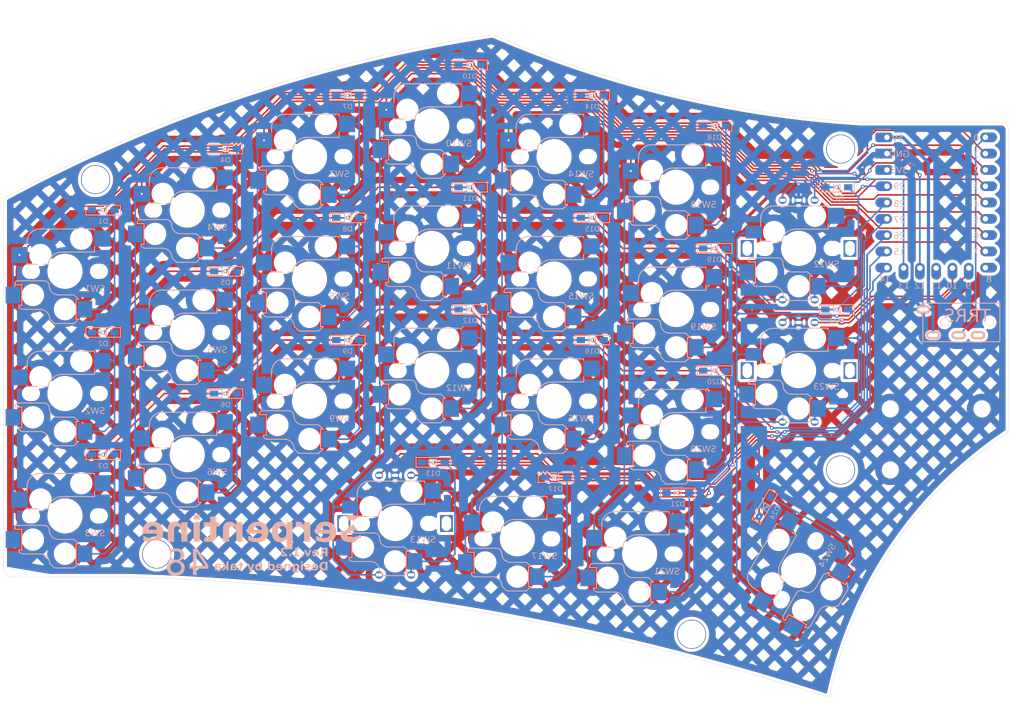
<source format=kicad_pcb>
(kicad_pcb (version 20240108) (generator "pcbnew") (generator_version "8.0")
  (layers (0 "F.Cu" signal) (31 "B.Cu" signal) (34 "B.Paste" user) (35 "F.Paste" user) (36 "B.SilkS" user "B.Silkscreen") (37 "F.SilkS" user "F.Silkscreen") (38 "B.Mask" user) (39 "F.Mask" user) (44 "Edge.Cuts" user))
  (net 0 "")
  (footprint "kbd_Parts:Diode_SMD" (layer "F.Cu") (at 169.749387 110.493655 60)
    (property "Reference" "D24")
    (property "Value" "D" (hide yes))
  )
  (footprint "kbd_Parts:Diode_SMD" (layer "F.Cu") (at 180.974841 79.771713)
    (property "Reference" "D23")
    (property "Value" "D" (hide yes))
  )
  (footprint "kbd_Hole:m2_Screw_Hole" (layer "F.Cu") (at 189.309216 104.774912 180)
    (property "Reference" "Ref**" (hide yes))
    (property "Value" "Val**" (hide yes))
  )
  (footprint "taka_lib:Kailh FullPOM MX_Hotswap" (layer "F.Cu") (at 155.971718 79.771715)
    (property "Reference" "SW19" (hide yes))
    (property "Value" "SW_Push" (hide yes))
  )
  (footprint "kbd_Parts:Diode_SMD" (layer "F.Cu") (at 161.924844 51.196714)
    (property "Reference" "D18")
    (property "Value" "D" (hide yes))
  )
  (footprint "taka_lib:Kailh FullPOM MX_Hotswap" (layer "F.Cu") (at 136.921716 75.009215)
    (property "Reference" "SW15" (hide yes))
    (property "Value" "SW_Push" (hide yes))
  )
  (footprint "kbd_Parts:Diode_SMD" (layer "F.Cu") (at 123.824843 41.671711)
    (property "Reference" "D10")
    (property "Value" "D" (hide yes))
  )
  (footprint "kbd_Parts:Diode_SMD" (layer "F.Cu") (at 180.97484 60.721715)
    (property "Reference" "D22")
    (property "Value" "D" (hide yes))
  )
  (footprint "taka_lib:Kailh FullPOM MX_Hotswap" (layer "F.Cu") (at 155.971718 98.821715)
    (property "Reference" "SW20" (hide yes))
    (property "Value" "SW_Push" (hide yes))
  )
  (footprint "taka_lib:Kailh FullPOM MX_Hotswap" (layer "F.Cu") (at 79.771717 83.34359)
    (property "Reference" "SW5" (hide yes))
    (property "Value" "SW_Push" (hide yes))
  )
  (footprint "kbd_Parts:Diode_SMD" (layer "F.Cu") (at 66.674843 64.293589)
    (property "Reference" "D1")
    (property "Value" "D" (hide yes))
  )
  (footprint "taka_lib:Kailh FullPOM MX_Hotswap" (layer "F.Cu") (at 60.721717 92.86859)
    (property "Reference" "SW2" (hide yes))
    (property "Value" "SW_Push" (hide yes))
  )
  (footprint "taka_lib:Kailh FullPOM MX_Hotswap" (layer "F.Cu") (at 79.771714 64.29359)
    (property "Reference" "SW4" (hide yes))
    (property "Value" "SW_Push" (hide yes))
  )
  (footprint "kbd_Parts:Diode_SMD" (layer "F.Cu") (at 156.209842 108.346714)
    (property "Reference" "D21")
    (property "Value" "D" (hide yes))
  )
  (footprint "kbd_Parts:Diode_SMD" (layer "F.Cu") (at 104.774843 65.484213)
    (property "Reference" "D8")
    (property "Value" "D" (hide yes))
  )
  (footprint "kbd_Parts:Diode_SMD" (layer "F.Cu") (at 104.774843 84.534213)
    (property "Reference" "D9")
    (property "Value" "D" (hide yes))
  )
  (footprint "kbd_Parts:Diode_SMD" (layer "F.Cu") (at 161.924844 89.296714)
    (property "Reference" "D20")
    (property "Value" "D" (hide yes))
  )
  (footprint "kbd_Parts:Diode_SMD" (layer "F.Cu") (at 142.874843 46.434212)
    (property "Reference" "D14")
    (property "Value" "D" (hide yes))
  )
  (footprint "kbd_Hole:m2_Screw_Hole" (layer "F.Cu") (at 203.596717 95.249837)
    (property "Reference" "Ref**" (hide yes))
    (property "Value" "Val**" (hide yes))
  )
  (footprint "taka_lib:Kailh FullPOM MX_Hotswap" (layer "F.Cu") (at 98.821717 94.059214)
    (property "Reference" "SW9" (hide yes))
    (property "Value" "SW_Push" (hide yes))
  )
  (footprint "kbd_Parts:Diode_SMD" (layer "F.Cu") (at 123.824844 79.771712)
    (property "Reference" "D12")
    (property "Value" "D" (hide yes))
  )
  (footprint "kbd_Hole:m2_Screw_Hole" (layer "F.Cu") (at 189.309217 95.249839)
    (property "Reference" "Ref**" (hide yes))
    (property "Value" "Val**" (hide yes))
  )
  (footprint "kbd_Parts:Diode_SMD" (layer "F.Cu") (at 85.724843 54.768589)
    (property "Reference" "D4")
    (property "Value" "D" (hide yes))
  )
  (footprint "taka_lib:Kailh FullPOM MX_Hotswap_RE" (layer "F.Cu") (at 112.156716 113.109216)
    (property "Reference" "SW13" (hide yes))
    (property "Value" "RotaryEncoder_Switch" (hide yes))
  )
  (footprint "kbd_Hole:m2_Spacer_Hole" (layer "F.Cu") (at 65.484218 59.53109)
    (property "Reference" "Ref**" (hide yes))
    (property "Value" "Val**" (hide yes))
  )
  (footprint "taka_lib:Kailh FullPOM MX_Hotswap" (layer "F.Cu") (at 175.021719 120.411713 60)
    (property "Reference" "SW24" (hide yes))
    (property "Value" "SW_Push" (hide yes))
  )
  (footprint "kbd_Parts:Diode_SMD" (layer "F.Cu") (at 66.674842 102.393665)
    (property "Reference" "D3")
    (property "Value" "D" (hide yes))
  )
  (footprint "kbd_Hole:m2_Spacer_Hole" (layer "F.Cu") (at 181.570161 54.76859)
    (property "Reference" "Ref**" (hide yes))
    (property "Value" "Val**" (hide yes))
  )
  (footprint "taka_lib:Kailh FullPOM MX_Hotswap" (layer "F.Cu") (at 150.256717 117.871715)
    (property "Reference" "SW21" (hide yes))
    (property "Value" "SW_Push" (hide yes))
  )
  (footprint "kbd_Parts:Diode_SMD" (layer "F.Cu") (at 137.159842 105.965464)
    (property "Reference" "D17")
    (property "Value" "D" (hide yes))
  )
  (footprint "kbd_Parts:Diode_SMD" (layer "F.Cu") (at 66.674843 83.343589)
    (property "Reference" "D2")
    (property "Value" "D" (hide yes))
  )
  (footprint "taka_lib:RP2040 Zero" (layer "F.Cu") (at 196.452966 63.10301)
    (property "Reference" "U1" (hide yes))
    (property "Value" "RP2040-Zero")
  )
  (footprint "kbd_Parts:Diode_SMD" (layer "F.Cu") (at 85.724843 73.818589)
    (property "Reference" "D5")
    (property "Value" "D" (hide yes))
  )
  (footprint "taka_lib:Kailh FullPOM MX_Hotswap" (layer "F.Cu") (at 117.871718 89.296716)
    (property "Reference" "SW12" (hide yes))
    (property "Value" "SW_Push" (hide yes))
  )
  (footprint "kbd_Parts:Diode_SMD" (layer "F.Cu") (at 142.874844 84.534212)
    (property "Reference" "D16")
    (property "Value" "D" (hide yes))
  )
  (footprint "taka_lib:Kailh FullPOM MX_Hotswap_RE" (layer "F.Cu") (at 175.021718 89.296715)
    (property "Reference" "SW23" (hide yes))
    (property "Value" "RotaryEncoder_Switch" (hide yes))
  )
  (footprint "taka_lib:Kailh FullPOM MX_Hotswap" (layer "F.Cu") (at 98.821715 55.959211)
    (property "Reference" "SW7" (hide yes))
    (property "Value" "SW_Push" (hide yes))
  )
  (footprint "kbd_Hole:m2_Spacer_Hole" (layer "F.Cu") (at 75.009216 117.871714)
    (property "Reference" "Ref**" (hide yes))
    (property "Value" "Val**" (hide yes))
  )
  (footprint "taka_lib:Kailh FullPOM MX_Hotswap_RE" (layer "F.Cu") (at 175.021718 70.246715)
    (property "Reference" "SW22" (hide yes))
    (property "Value" "RotaryEncoder_Switch" (hide yes))
  )
  (footprint "taka_lib:Kailh FullPOM MX_Hotswap" (layer "F.Cu") (at 155.971717 60.721711)
    (property "Reference" "SW18" (hide yes))
    (property "Value" "SW_Push" (hide yes))
  )
  (footprint "taka_lib:Kailh FullPOM MX_Hotswap" (layer "F.Cu") (at 117.871716 51.19671)
    (property "Reference" "SW10" (hide yes))
    (property "Value" "SW_Push" (hide yes))
  )
  (footprint "kbd_Parts:Diode_SMD" (layer "F.Cu") (at 118.109842 103.584214)
    (property "Reference" "D13")
    (property "Value" "D" (hide yes))
  )
  (footprint "taka_lib:Kailh FullPOM MX_Hotswap" (layer "F.Cu") (at 98.821717 75.009214)
    (property "Reference" "SW8" (hide yes))
    (property "Value" "SW_Push" (hide yes))
  )
  (footprint "taka_lib:Kailh FullPOM MX_Hotswap" (layer "F.Cu") (at 60.721717 73.81859)
    (property "Reference" "SW1" (hide yes))
    (property "Value" "SW_Push" (hide yes))
  )
  (footprint "taka_lib:Kailh FullPOM MX_Hotswap" (layer "F.Cu") (at 136.921716 55.959212)
    (property "Reference" "SW14" (hide yes))
    (property "Value" "SW_Push" (hide yes))
  )
  (footprint "taka_lib:Kailh FullPOM MX_Hotswap" (layer "F.Cu") (at 79.771715 102.393591)
    (property "Reference" "SW6" (hide yes))
    (property "Value" "SW_Push" (hide yes))
  )
  (footprint "taka_lib:Kailh FullPOM MX_Hotswap" (layer "F.Cu") (at 131.206716 115.490466)
    (property "Reference" "SW17" (hide yes))
    (property "Value" "SW_Push" (hide yes))
  )
  (footprint "taka_lib:Kailh FullPOM MX_Hotswap" (layer "F.Cu") (at 136.921719 94.059215)
    (property "Reference" "SW16" (hide yes))
    (property "Value" "SW_Push" (hide yes))
  )
  (footprint "kbd_Parts:Diode_SMD" (layer "F.Cu") (at 85.724843 92.868589)
    (property "Reference" "D6")
    (property "Value" "D" (hide yes))
  )
  (footprint "kbd_Parts:Diode_SMD" (layer "F.Cu") (at 142.874844 65.484212)
    (property "Reference" "D15")
    (property "Value" "D" (hide yes))
  )
  (footprint "taka_lib:Kailh FullPOM MX_Hotswap" (layer "F.Cu") (at 60.721717 111.918586)
    (property "Reference" "SW3" (hide yes))
    (property "Value" "SW_Push" (hide yes))
  )
  (footprint "taka_lib:Kailh FullPOM MX_Hotswap" (layer "F.Cu") (at 117.871716 70.246712)
    (property "Reference" "SW11" (hide yes))
    (property "Value" "SW_Push" (hide yes))
  )
  (footprint "kbd_Hole:m2_Spacer_Hole" (layer "F.Cu") (at 181.570161 104.774869)
    (property "Reference" "Ref**" (hide yes))
    (property "Value" "Val**" (hide yes))
  )
  (footprint "kbd_Parts:Diode_SMD" (layer "F.Cu") (at 104.774843 46.434213)
    (property "Reference" "D7")
    (property "Value" "D" (hide yes))
  )
  (footprint "kbd_Parts:Diode_SMD" (layer "F.Cu") (at 123.824843 60.721713)
    (property "Reference" "D11")
    (property "Value" "D" (hide yes))
  )
  (footprint "kbd_Hole:m2_Spacer_Hole" (layer "F.Cu") (at 158.353085 130.373374)
    (property "Reference" "Ref**" (hide yes))
    (property "Value" "Val**" (hide yes))
  )
  (footprint "kbd_Parts:Diode_SMD" (layer "F.Cu") (at 161.924841 70.246712)
    (property "Reference" "D19")
    (property "Value" "D" (hide yes))
  )
  (footprint "taka_lib:TRRS_MJ-4PP-9_1" (layer "B.Cu") (at 200.263932 81.771713 90)
    (property "Reference" "JACK1")
    (property "Value" "MJ-4PP-9" (hide yes))
  )
  (gr_arc (start 51.196717 62.404523) (mid 88.203567 46.389679) (end 127.396716 36.909212) (stroke (width 0.05)) (layer "Edge.Cuts"))
  (gr_arc (start 206.573312 50.601443) (mid 207.4152 50.950195) (end 207.763933 51.792069) (stroke (width 0.05)) (layer "Edge.Cuts"))
  (gr_line (start 184.546723 50.601383) (end 206.573312 50.601443) (stroke (width 0.05)) (layer "Edge.Cuts"))
  (gr_line (start 207.763963 98.821808) (end 207.763933 51.792069) (stroke (width 0.05)) (layer "Edge.Cuts"))
  (gr_arc (start 179.796192 140.269708) (mid 189.657813 116.764193) (end 207.763933 98.821807) (stroke (width 0.05)) (layer "Edge.Cuts"))
  (gr_line (start 51.196717 120.252965) (end 51.196717 62.404523) (stroke (width 0.05)) (layer "Edge.Cuts"))
  (gr_arc (start 184.546725 50.601463) (mid 155.378631 46.231038) (end 127.396811 36.909234) (stroke (width 0.05)) (layer "Edge.Cuts"))
  (gr_arc (start 70.246718 121.44359) (mid 125.695719 126.933094) (end 179.796192 140.269708) (stroke (width 0.05)) (layer "Edge.Cuts"))
  (gr_line (start 52.387342 121.44359) (end 70.246717 121.44359) (stroke (width 0.05)) (layer "Edge.Cuts"))
  (gr_arc (start 52.387342 121.44359) (mid 51.545446 121.094861) (end 51.196717 120.252965) (stroke (width 0.05)) (layer "Edge.Cuts"))
  (gr_text "14" (at 188.452966 75.10301 0) (layer "B.SilkS") (effects (font (size 1 1)) (justify mirror)))
  (gr_text "15" (at 190.702966 70.85301 0) (layer "B.SilkS") (effects (font (size 1 1)) (justify mirror)))
  (gr_text "Rev.1.2\nDesigned by taka" (at 101.786462 120.624554 0) (layer "B.SilkS") (effects (font (size 1.3 1.3) (thickness 0.25) (bold yes)) (justify left bottom mirror)))
  (gr_text "26" (at 190.702966 68.35301 0) (layer "B.SilkS") (effects (font (size 1 1)) (justify mirror)))
  (gr_text "Serpentine" (at 89.880202 114.29984 0) (layer "B.SilkS") (effects (font (size 4 4) (thickness 0.3) (bold yes)) (justify mirror)))
  (gr_text "48" (at 83.331759 121.81518 0) (layer "B.SilkS") (effects (font (size 4 4)) (justify left bottom mirror)))
  (segment (start 200.507966 51.86801) (end 204.122966 55.48301) (width 0.25) (layer "F.Cu") (net 0))
  (segment (start 176.84614 58.771715) (end 177.197681 58.771715) (width 0.25) (layer "F.Cu") (net 0))
  (segment (start 181.938233 61.685108) (end 180.97484 60.721715) (width 0.25) (layer "F.Cu") (net 0))
  (segment (start 161.118167 52.546714) (end 161.293167 52.721714) (width 0.25) (layer "F.Cu") (net 0))
  (segment (start 185.696718 77.842911) (end 185.696718 71.238978) (width 0.25) (layer "F.Cu") (net 0))
  (segment (start 114.735926 43.021714) (end 123.018167 43.021714) (width 0.25) (layer "F.Cu") (net 0))
  (segment (start 161.540655 52.721714) (end 167.555606 58.736665) (width 0.25) (layer "F.Cu") (net 0))
  (segment (start 128.028155 47.784214) (end 142.068167 47.784214) (width 0.25) (layer "F.Cu") (net 0))
  (segment (start 187.068016 51.86801) (end 200.507966 51.86801) (width 0.25) (layer "F.Cu") (net 0))
  (segment (start 123.824842 79.77179) (end 128.587342 84.53429) (width 0.25) (layer "F.Cu") (net 0))
  (segment (start 66.674842 102.393665) (end 76.199842 92.868665) (width 0.25) (layer "F.Cu") (net 0))
  (segment (start 118.420503 102.834214) (end 114.931718 102.834214) (width 0.5) (layer "F.Cu") (net 0))
  (segment (start 94.98128 45.984214) (end 104.340959 45.984214) (width 0.25) (layer "F.Cu") (net 0))
  (segment (start 161.354259 53.171714) (end 167.36921 59.186665) (width 0.25) (layer "F.Cu") (net 0))
  (segment (start 143.499843 46.422818) (end 147.823739 50.746714) (width 0.25) (layer "F.Cu") (net 0))
  (segment (start 200.27309 54.173134) (end 204.122966 58.02301) (width 0.25) (layer "F.Cu") (net 0))
  (segment (start 203.047966 59.48801) (end 204.122966 60.56301) (width 0.25) (layer "F.Cu") (net 0))
  (segment (start 177.521718 81.796714) (end 181.268132 81.796714) (width 0.25) (layer "F.Cu") (net 0))
  (segment (start 161.727051 52.271714) (end 167.742002 58.286665) (width 0.25) (layer "F.Cu") (net 0))
  (segment (start 164.124844 103.702912) (end 164.124844 104.22068) (width 0.25) (layer "F.Cu") (net 0))
  (segment (start 151.416093 105.727291) (end 151.079266 105.390464) (width 0.5) (layer "F.Cu") (net 0))
  (segment (start 175.988298 59.186665) (end 176.473348 59.671715) (width 0.25) (layer "F.Cu") (net 0))
  (segment (start 94.059218 65.484214) (end 104.774843 65.484214) (width 0.25) (layer "F.Cu") (net 0))
  (segment (start 142.429563 47.509214) (end 142.677051 47.509214) (width 0.25) (layer "F.Cu") (net 0))
  (segment (start 128.587342 84.53429) (end 142.874842 84.53429) (width 0.25) (layer "F.Cu") (net 0))
  (segment (start 123.824843 60.721714) (end 128.587343 65.484214) (width 0.25) (layer "F.Cu") (net 0))
  (segment (start 142.677051 47.509214) (end 147.264551 52.096714) (width 0.25) (layer "F.Cu") (net 0))
  (segment (start 180.974844 79.771713) (end 180.974826 79.771731) (width 0.25) (layer "F.Cu") (net 0))
  (segment (start 161.053032 108.365717) (end 160.447035 108.971714) (width 0.25) (layer "F.Cu") (net 0))
  (segment (start 95.540469 47.334214) (end 104.154563 47.334214) (width 0.25) (layer "F.Cu") (net 0))
  (segment (start 160.059551 107.59143) (end 160.054267 107.596714) (width 0.5) (layer "F.Cu") (net 0))
  (segment (start 117.264733 105.609215) (end 114.656716 105.609215) (width 0.25) (layer "F.Cu") (net 0))
  (segment (start 167.742002 58.286665) (end 176.36109 58.286665) (width 0.25) (layer "F.Cu") (net 0))
  (segment (start 95.354073 46.884214) (end 104.340959 46.884214) (width 0.25) (layer "F.Cu") (net 0))
  (segment (start 185.696718 71.238978) (end 187.677686 69.25801) (width 0.25) (layer "F.Cu") (net 0))
  (segment (start 86.349843 55.027473) (end 87.210814 55.027473) (width 0.25) (layer "F.Cu") (net 0))
  (segment (start 150.841093 105.965464) (end 153.222343 108.346714) (width 0.25) (layer "F.Cu") (net 0))
  (segment (start 128.400947 46.884214) (end 142.440959 46.884214) (width 0.25) (layer "F.Cu") (net 0))
  (segment (start 109.425634 47.059214) (end 114.363134 42.121714) (width 0.25) (layer "F.Cu") (net 0))
  (segment (start 168.44475 99.476511) (end 170.88065 99.476511) (width 0.25) (layer "F.Cu") (net 0))
  (segment (start 186.159156 65.608514) (end 186.17819 65.608514) (width 0.25) (layer "F.Cu") (net 0))
  (segment (start 160.745375 53.446714) (end 160.920375 53.621714) (width 0.25) (layer "F.Cu") (net 0))
  (segment (start 186.642155 78.170266) (end 197.457376 78.170266) (width 0.25) (layer "F.Cu") (net 0))
  (segment (start 76.199842 92.868665) (end 85.724842 92.868665) (width 0.25) (layer "F.Cu") (net 0))
  (segment (start 85.290959 55.218589) (end 85.465959 55.393589) (width 0.25) (layer "F.Cu") (net 0))
  (segment (start 105.208727 45.984214) (end 109.227842 45.984214) (width 0.25) (layer "F.Cu") (net 0))
  (segment (start 165.374844 103.702912) (end 165.374844 104.22068) (width 0.25) (layer "F.Cu") (net 0))
  (segment (start 167.182814 59.636665) (end 175.801902 59.636665) (width 0.25) (layer "F.Cu") (net 0))
  (segment (start 153.285515 107.596714) (end 151.416093 105.727292) (width 0.5) (layer "F.Cu") (net 0))
  (segment (start 123.440655 43.196714) (end 128.028155 47.784214) (width 0.25) (layer "F.Cu") (net 0))
  (segment (start 162.183727 50.571714) (end 162.549843 50.93783) (width 0.25) (layer "F.Cu") (net 0))
  (segment (start 160.447035 108.971714) (end 153.210947 108.971714) (width 0.25) (layer "F.Cu") (net 0))
  (segment (start 141.881771 48.234214) (end 142.056771 48.409214) (width 0.25) (layer "F.Cu") (net 0))
  (segment (start 147.637343 70.246714) (end 161.924843 70.246714) (width 0.25) (layer "F.Cu") (net 0))
  (segment (start 142.440959 46.884214) (end 142.615959 47.059214) (width 0.25) (layer "F.Cu") (net 0))
  (segment (start 72.686714 61.75359) (end 72.686714 58.918114) (width 0.25) (layer "F.Cu") (net 0))
  (segment (start 85.724842 92.868665) (end 94.059217 84.53429) (width 0.25) (layer "F.Cu") (net 0))
  (segment (start 180.374678 62.585108) (end 186.730588 62.585108) (width 0.25) (layer "F.Cu") (net 0))
  (segment (start 129.836716 53.419212) (end 129.836716 48.984335) (width 0.25) (layer "F.Cu") (net 0))
  (segment (start 151.416093 105.727292) (end 151.416093 105.727291) (width 0.5) (layer "F.Cu") (net 0))
  (segment (start 165.374844 104.22068) (end 162.179094 107.41643) (width 0.25) (layer "F.Cu") (net 0))
  (segment (start 142.254563 47.334214) (end 142.429563 47.509214) (width 0.25) (layer "F.Cu") (net 0))
  (segment (start 178.819057 58.340468) (end 182.760496 58.340468) (width 0.25) (layer "F.Cu") (net 0))
  (segment (start 118.839734 104.034214) (end 117.264733 105.609215) (width 0.25) (layer "F.Cu") (net 0))
  (segment (start 72.686714 58.918114) (end 76.386239 55.218589) (width 0.25) (layer "F.Cu") (net 0))
  (segment (start 104.340959 46.884214) (end 104.515959 47.059214) (width 0.25) (layer "F.Cu") (net 0))
  (segment (start 168.114794 57.386665) (end 161.924843 51.196714) (width 0.25) (layer "F.Cu") (net 0))
  (segment (start 66.674843 64.293589) (end 76.199843 54.768589) (width 0.25) (layer "F.Cu") (net 0))
  (segment (start 146.891759 52.996714) (end 160.931771 52.996714) (width 0.25) (layer "F.Cu") (net 0))
  (segment (start 118.109842 103.584214) (end 134.054759 103.584214) (width 0.25) (layer "F.Cu") (net 0))
  (segment (start 186.17819 65.608514) (end 187.677686 67.10801) (width 0.25) (layer "F.Cu") (net 0))
  (segment (start 123.390959 41.221714) (end 123.565959 41.046714) (width 0.25) (layer "F.Cu") (net 0))
  (segment (start 104.515959 45.809214) (end 105.033727 45.809214) (width 0.25) (layer "F.Cu") (net 0))
  (segment (start 168.433354 98.851511) (end 164.299844 102.985021) (width 0.25) (layer "F.Cu") (net 0))
  (segment (start 147.078155 52.546714) (end 161.118167 52.546714) (width 0.25) (layer "F.Cu") (net 0))
  (segment (start 187.068016 56.94801) (end 191.997965 56.94801) (width 0.25) (layer "F.Cu") (net 0))
  (segment (start 105.033727 45.809214) (end 105.208727 45.984214) (width 0.25) (layer "F.Cu") (net 0))
  (segment (start 187.403278 61.912418) (end 202.932374 61.912418) (width 0.25) (layer "F.Cu") (net 0))
  (segment (start 87.024418 54.577473) (end 95.167677 46.434214) (width 0.25) (layer "F.Cu") (net 0))
  (segment (start 142.615959 47.059214) (end 142.863447 47.059214) (width 0.25) (layer "F.Cu") (net 0))
  (segment (start 181.727015 81.371713) (end 182.804312 81.371713) (width 0.25) (layer "F.Cu") (net 0))
  (segment (start 151.079266 105.390464) (end 137.645503 105.390464) (width 0.5) (layer "F.Cu") (net 0))
  (segment (start 160.920375 53.621714) (end 161.167863 53.621714) (width 0.25) (layer "F.Cu") (net 0))
  (segment (start 104.515959 47.059214) (end 109.425634 47.059214) (width 0.25) (layer "F.Cu") (net 0))
  (segment (start 123.824843 41.671714) (end 128.587343 46.434214) (width 0.25) (layer "F.Cu") (net 0))
  (segment (start 104.774842 84.53429) (end 109.537342 79.77179) (width 0.25) (layer "F.Cu") (net 0))
  (segment (start 162.179094 107.41643) (end 161.118435 107.41643) (width 0.25) (layer "F.Cu") (net 0))
  (segment (start 198.992966 75.99828) (end 198.992966 73.313009) (width 0.25) (layer "F.Cu") (net 0))
  (segment (start 197.457376 78.170266) (end 201.532966 74.094676) (width 0.25) (layer "F.Cu") (net 0))
  (segment (start 180.974826 79.771731) (end 171.44986 79.771731) (width 0.25) (layer "F.Cu") (net 0))
  (segment (start 171.677164 98.851511) (end 168.433354 98.851511) (width 0.25) (layer "F.Cu") (net 0))
  (segment (start 161.293167 52.721714) (end 161.540655 52.721714) (width 0.25) (layer "F.Cu") (net 0))
  (segment (start 169.367916 100.101511) (end 169.593303 100.101511) (width 0.25) (layer "F.Cu") (net 0))
  (segment (start 176.36109 58.286665) (end 176.84614 58.771715) (width 0.25) (layer "F.Cu") (net 0))
  (segment (start 186.118629 58.126431) (end 186.118629 57.897397) (width 0.25) (layer "F.Cu") (net 0))
  (segment (start 180.97484 80.746713) (end 182.792916 80.746713) (width 0.25) (layer "F.Cu") (net 0))
  (segment (start 104.154563 47.334214) (end 104.329563 47.509214) (width 0.25) (layer "F.Cu") (net 0))
  (segment (start 161.992698 106.96643) (end 153.468404 106.96643) (width 0.25) (layer "F.Cu") (net 0))
  (segment (start 91.736715 53.419211) (end 91.736715 51.137968) (width 0.25) (layer "F.Cu") (net 0))
  (segment (start 123.390959 42.121714) (end 123.565959 42.296714) (width 0.25) (layer "F.Cu") (net 0))
  (segment (start 76.386239 55.218589) (end 85.290959 55.218589) (width 0.25) (layer "F.Cu") (net 0))
  (segment (start 66.674843 83.343589) (end 76.199843 73.818589) (width 0.25) (layer "F.Cu") (net 0))
  (segment (start 175.801902 59.636665) (end 176.286952 60.121715) (width 0.25) (layer "F.Cu") (net 0))
  (segment (start 162.549843 50.93783) (end 162.549843 51.185318) (width 0.25) (layer "F.Cu") (net 0))
  (segment (start 142.243167 47.959214) (end 142.490655 47.959214) (width 0.25) (layer "F.Cu") (net 0))
  (segment (start 137.593726 106.415464) (end 137.418726 106.590464) (width 0.25) (layer "F.Cu") (net 0))
  (segment (start 134.292931 103.009214) (end 118.595503 103.009214) (width 0.5) (layer "F.Cu") (net 0))
  (segment (start 147.823739 50.746714) (end 161.490959 50.746714) (width 0.25) (layer "F.Cu") (net 0))
  (segment (start 169.593303 100.101511) (end 168.997991 100.101511) (width 0.25) (layer "F.Cu") (net 0))
  (segment (start 202.932374 61.912418) (end 204.122966 63.10301) (width 0.25) (layer "F.Cu") (net 0))
  (segment (start 185.737205 53.198821) (end 187.068016 51.86801) (width 0.25) (layer "F.Cu") (net 0))
  (segment (start 187.04617 59.48801) (end 203.047966 59.48801) (width 0.25) (layer "F.Cu") (net 0))
  (segment (start 185.737205 55.363759) (end 185.737205 53.198821) (width 0.25) (layer "F.Cu") (net 0))
  (segment (start 181.268132 81.796714) (end 181.468131 81.996713) (width 0.25) (layer "F.Cu") (net 0))
  (segment (start 161.665959 50.571714) (end 162.183727 50.571714) (width 0.25) (layer "F.Cu") (net 0))
  (segment (start 94.059217 84.53429) (end 104.774842 84.53429) (width 0.25) (layer "F.Cu") (net 0))
  (segment (start 180.001886 63.485108) (end 184.03575 63.485108) (width 0.25) (layer "F.Cu") (net 0))
  (segment (start 134.356105 102.259214) (end 113.006717 102.259214) (width 0.25) (layer "F.Cu") (net 0))
  (segment (start 123.565959 41.046714) (end 124.083727 41.046714) (width 0.25) (layer "F.Cu") (net 0))
  (segment (start 153.222343 108.346714) (end 156.209842 108.346714) (width 0.25) (layer "F.Cu") (net 0))
  (segment (start 164.749844 103.171417) (end 168.44475 99.476511) (width 0.25) (layer "F.Cu") (net 0))
  (segment (start 168.997991 100.101511) (end 168.456146 100.101511) (width 0.25) (layer "F.Cu") (net 0))
  (segment (start 143.499843 46.17533) (end 143.499843 46.422818) (width 0.25) (layer "F.Cu") (net 0))
  (segment (start 183.965189 61.685108) (end 181.938233 61.685108) (width 0.25) (layer "F.Cu") (net 0))
  (segment (start 171.44986 79.771731) (end 161.924843 70.246714) (width 0.25) (layer "F.Cu") (net 0))
  (segment (start 164.299844 102.985021) (end 164.299844 103.527912) (width 0.25) (layer "F.Cu") (net 0))
  (segment (start 186.730588 62.585108) (end 187.403278 61.912418) (width 0.25) (layer "F.Cu") (net 0))
  (segment (start 148.886717 58.181711) (end 148.886717 54.114121) (width 0.25) (layer "F.Cu") (net 0))
  (segment (start 197.27098 77.720266) (end 198.992966 75.99828) (width 0.25) (layer "F.Cu") (net 0))
  (segment (start 118.595503 103.009214) (end 118.420503 102.834214) (width 0.5) (layer "F.Cu") (net 0))
  (segment (start 161.665959 51.821714) (end 161.913447 51.821714) (width 0.25) (layer "F.Cu") (net 0))
  (segment (start 147.450947 51.646714) (end 161.490959 51.646714) (width 0.25) (layer "F.Cu") (net 0))
  (segment (start 182.804312 81.371713) (end 186.455759 77.720266) (width 0.25) (layer "F.Cu") (net 0))
  (segment (start 180.97484 60.721715) (end 179.784077 60.721715) (width 0.25) (layer "F.Cu") (net 0))
  (segment (start 124.449843 41.660318) (end 128.773739 45.984214) (width 0.25) (layer "F.Cu") (net 0))
  (segment (start 187.677686 69.25801) (end 202.657966 69.25801) (width 0.25) (layer "F.Cu") (net 0))
  (segment (start 161.913447 51.821714) (end 167.928398 57.836665) (width 0.25) (layer "F.Cu") (net 0))
  (segment (start 137.645503 105.390464) (end 137.470503 105.215464) (width 0.5) (layer "F.Cu") (net 0))
  (segment (start 182.160899 81.821713) (end 182.990708 81.821713) (width 0.25) (layer "F.Cu") (net 0))
  (segment (start 182.760496 58.340468) (end 185.737205 55.363759) (width 0.25) (layer "F.Cu") (net 0))
  (segment (start 113.990342 41.221714) (end 123.390959 41.221714) (width 0.25) (layer "F.Cu") (net 0))
  (segment (start 85.983727 55.393589) (end 86.349843 55.027473) (width 0.25) (layer "F.Cu") (net 0))
  (segment (start 142.490655 47.959214) (end 147.078155 52.546714) (width 0.25) (layer "F.Cu") (net 0))
  (segment (start 123.379563 42.746714) (end 123.627051 42.746714) (width 0.25) (layer "F.Cu") (net 0))
  (segment (start 176.174694 58.736665) (end 176.659744 59.221715) (width 0.25) (layer "F.Cu") (net 0))
  (segment (start 114.54953 42.571714) (end 123.204563 42.571714) (width 0.25) (layer "F.Cu") (net 0))
  (segment (start 109.414238 46.434214) (end 114.176738 41.671714) (width 0.25) (layer "F.Cu") (net 0))
  (segment (start 128.773739 45.984214) (end 142.440959 45.984214) (width 0.25) (layer "F.Cu") (net 0))
  (segment (start 104.340959 45.984214) (end 104.515959 45.809214) (width 0.25) (layer "F.Cu") (net 0))
  (segment (start 181.985899 81.996713) (end 182.160899 81.821713) (width 0.25) (layer "F.Cu") (net 0))
  (segment (start 162.549843 51.185318) (end 168.30119 56.936665) (width 0.25) (layer "F.Cu") (net 0))
  (segment (start 164.749844 103.961796) (end 164.749844 103.171417) (width 0.25) (layer "F.Cu") (net 0))
  (segment (start 149.554124 53.446714) (end 160.745375 53.446714) (width 0.25) (layer "F.Cu") (net 0))
  (segment (start 176.473348 59.671715) (end 176.824889 59.671715) (width 0.25) (layer "F.Cu") (net 0))
  (segment (start 123.018167 43.021714) (end 123.193167 43.196714) (width 0.25) (layer "F.Cu") (net 0))
  (segment (start 203.047966 67.10801) (end 204.122966 68.18301) (width 0.25) (layer "F.Cu") (net 0))
  (segment (start 172.190475 60.261665) (end 164.799841 67.652299) (width 0.5) (layer "F.Cu") (net 0))
  (segment (start 76.199843 73.818589) (end 85.724843 73.818589) (width 0.25) (layer "F.Cu") (net 0))
  (segment (start 137.418726 106.590464) (end 136.424613 106.590464) (width 0.25) (layer "F.Cu") (net 0))
  (segment (start 187.677686 67.10801) (end 203.047966 67.10801) (width 0.25) (layer "F.Cu") (net 0))
  (segment (start 167.555606 58.736665) (end 176.174694 58.736665) (width 0.25) (layer "F.Cu") (net 0))
  (segment (start 168.30119 56.936665) (end 177.415254 56.936665) (width 0.25) (layer "F.Cu") (net 0))
  (segment (start 176.794974 57.836665) (end 177.105024 58.146715) (width 0.25) (layer "F.Cu") (net 0))
  (segment (start 61.246718 63.668589) (end 66.663447 63.668589) (width 0.25) (layer "F.Cu") (net 0))
  (segment (start 86.838021 54.127473) (end 94.98128 45.984214) (width 0.25) (layer "F.Cu") (net 0))
  (segment (start 161.304563 52.096714) (end 161.479563 52.271714) (width 0.25) (layer "F.Cu") (net 0))
  (segment (start 124.449843 41.41283) (end 124.449843 41.660318) (width 0.25) (layer "F.Cu") (net 0))
  (segment (start 153.210947 108.971714) (end 150.654697 106.415464) (width 0.25) (layer "F.Cu") (net 0))
  (segment (start 114.363134 42.121714) (end 123.390959 42.121714) (width 0.25) (layer "F.Cu") (net 0))
  (segment (start 109.227842 45.984214) (end 113.990342 41.221714) (width 0.25) (layer "F.Cu") (net 0))
  (segment (start 172.561048 98.851511) (end 171.311048 100.101511) (width 0.25) (layer "F.Cu") (net 0))
  (segment (start 160.054267 107.596714) (end 153.285515 107.596714) (width 0.5) (layer "F.Cu") (net 0))
  (segment (start 164.324842 73.530597) (end 164.395554 73.530597) (width 0.5) (layer "F.Cu") (net 0))
  (segment (start 168.861887 100.60754) (end 168.861887 100.237615) (width 0.25) (layer "F.Cu") (net 0))
  (segment (start 123.627051 42.746714) (end 128.214551 47.334214) (width 0.25) (layer "F.Cu") (net 0))
  (segment (start 128.214551 47.334214) (end 142.254563 47.334214) (width 0.25) (layer "F.Cu") (net 0))
  (segment (start 153.468404 106.96643) (end 151.142438 104.640464) (width 0.25) (layer "F.Cu") (net 0))
  (segment (start 110.786716 48.65671) (end 110.786716 46.970924) (width 0.25) (layer "F.Cu") (net 0))
  (segment (start 123.813447 42.296714) (end 128.400947 46.884214) (width 0.25) (layer "F.Cu") (net 0))
  (segment (start 179.784077 60.721715) (end 177.730024 58.667662) (width 0.25) (layer "F.Cu") (net 0))
  (segment (start 185.755048 64.56801) (end 203.047966 64.56801) (width 0.25) (layer "F.Cu") (net 0))
  (segment (start 203.047966 64.56801) (end 204.122966 65.64301) (width 0.25) (layer "F.Cu") (net 0))
  (segment (start 168.456146 100.101511) (end 165.199844 103.357813) (width 0.25) (layer "F.Cu") (net 0))
  (segment (start 143.133727 45.809214) (end 143.499843 46.17533) (width 0.25) (layer "F.Cu") (net 0))
  (segment (start 85.724843 73.818589) (end 94.059218 65.484214) (width 0.25) (layer "F.Cu") (net 0))
  (segment (start 133.868363 104.034214) (end 118.839734 104.034214) (width 0.25) (layer "F.Cu") (net 0))
  (segment (start 161.106771 53.171714) (end 161.354259 53.171714) (width 0.25) (layer "F.Cu") (net 0))
  (segment (start 109.537343 60.721714) (end 123.824843 60.721714) (width 0.25) (layer "F.Cu") (net 0))
  (segment (start 142.874842 84.53429) (end 147.637342 89.29679) (width 0.25) (layer "F.Cu") (net 0))
  (segment (start 172.86779 98.851511) (end 172.561048 98.851511) (width 0.25) (layer "F.Cu") (net 0))
  (segment (start 186.118629 57.897397) (end 187.068016 56.94801) (width 0.25) (layer "F.Cu") (net 0))
  (segment (start 184.399073 62.135108) (end 187.04617 59.48801) (width 0.25) (layer "F.Cu") (net 0))
  (segment (start 186.630016 54.173134) (end 200.27309 54.173134) (width 0.25) (layer "F.Cu") (net 0))
  (segment (start 185.02162 60.628677) (end 183.965189 61.685108) (width 0.25) (layer "F.Cu") (net 0))
  (segment (start 161.118435 107.41643) (end 160.188151 108.346714) (width 0.25) (layer "F.Cu") (net 0))
  (segment (start 136.424613 106.590464) (end 133.868363 104.034214) (width 0.25) (layer "F.Cu") (net 0))
  (segment (start 191.997965 56.94801) (end 193.912965 58.86301) (width 0.25) (layer "F.Cu") (net 0))
  (segment (start 165.199844 103.357813) (end 165.199844 103.527912) (width 0.25) (layer "F.Cu") (net 0))
  (segment (start 87.210814 55.027473) (end 95.354073 46.884214) (width 0.25) (layer "F.Cu") (net 0))
  (segment (start 168.861887 100.60754) (end 168.861887 100.507252) (width 0.25) (layer "F.Cu") (net 0))
  (segment (start 177.011285 59.221715) (end 180.374678 62.585108) (width 0.25) (layer "F.Cu") (net 0))
  (segment (start 184.222146 63.035108) (end 185.755048 64.56801) (width 0.25) (layer "F.Cu") (net 0))
  (segment (start 164.235495 104.723633) (end 161.992698 106.96643) (width 0.25) (layer "F.Cu") (net 0))
  (segment (start 113.006717 102.259214) (end 109.656715 105.609216) (width 0.25) (layer "F.Cu") (net 0))
  (segment (start 148.886717 54.114121) (end 149.554124 53.446714) (width 0.25) (layer "F.Cu") (net 0))
  (segment (start 53.636717 71.27859) (end 61.246718 63.668589) (width 0.25) (layer "F.Cu") (net 0))
  (segment (start 109.537342 79.77179) (end 123.824842 79.77179) (width 0.25) (layer "F.Cu") (net 0))
  (segment (start 114.931718 102.834214) (end 112.156716 105.609216) (width 0.5) (layer "F.Cu") (net 0))
  (segment (start 142.874843 65.484214) (end 147.637343 70.246714) (width 0.25) (layer "F.Cu") (net 0))
  (segment (start 151.142438 104.640464) (end 136.737355 104.640464) (width 0.25) (layer "F.Cu") (net 0))
  (segment (start 183.73349 58.596715) (end 184.60849 59.471715) (width 0.25) (layer "F.Cu") (net 0))
  (segment (start 147.264551 52.096714) (end 161.304563 52.096714) (width 0.25) (layer "F.Cu") (net 0))
  (segment (start 85.465959 55.393589) (end 85.983727 55.393589) (width 0.25) (layer "F.Cu") (net 0))
  (segment (start 181.468131 81.996713) (end 181.985899 81.996713) (width 0.25) (layer "F.Cu") (net 0))
  (segment (start 182.990708 81.821713) (end 186.642155 78.170266) (width 0.25) (layer "F.Cu") (net 0))
  (segment (start 85.724843 54.768589) (end 85.915959 54.577473) (width 0.25) (layer "F.Cu") (net 0))
  (segment (start 160.931771 52.996714) (end 161.106771 53.171714) (width 0.25) (layer "F.Cu") (net 0))
  (segment (start 142.440959 45.984214) (end 142.615959 45.809214) (width 0.25) (layer "F.Cu") (net 0))
  (segment (start 176.286952 60.121715) (end 176.638493 60.121715) (width 0.25) (layer "F.Cu") (net 0))
  (segment (start 160.188151 108.346714) (end 156.209842 108.346714) (width 0.25) (layer "F.Cu") (net 0))
  (segment (start 85.129585 54.318589) (end 85.320701 54.127473) (width 0.25) (layer "F.Cu") (net 0))
  (segment (start 150.654697 106.415464) (end 137.593726 106.415464) (width 0.25) (layer "F.Cu") (net 0))
  (segment (start 167.36921 59.186665) (end 175.988298 59.186665) (width 0.25) (layer "F.Cu") (net 0))
  (segment (start 123.204563 42.571714) (end 123.379563 42.746714) (width 0.25) (layer "F.Cu") (net 0))
  (segment (start 161.490959 51.646714) (end 161.665959 51.821714) (width 0.25) (layer "F.Cu") (net 0))
  (segment (start 123.193167 43.196714) (end 123.440655 43.196714) (width 0.25) (layer "F.Cu") (net 0))
  (segment (start 182.792916 80.746713) (end 185.696718 77.842911) (width 0.25) (layer "F.Cu") (net 0))
  (segment (start 164.395554 73.530597) (end 171.232001 80.367044) (width 0.5) (layer "F.Cu") (net 0))
  (segment (start 114.176738 41.671714) (end 123.824843 41.671714) (width 0.25) (layer "F.Cu") (net 0))
  (segment (start 85.915959 54.577473) (end 87.024418 54.577473) (width 0.25) (layer "F.Cu") (net 0))
  (segment (start 161.167863 53.621714) (end 167.182814 59.636665) (width 0.25) (layer "F.Cu") (net 0))
  (segment (start 177.730024 57.887831) (end 177.228858 57.386665) (width 0.25) (layer "F.Cu") (net 0))
  (segment (start 176.659744 59.221715) (end 177.011285 59.221715) (width 0.25) (layer "F.Cu") (net 0))
  (segment (start 177.415254 56.936665) (end 178.819057 58.340468) (width 0.25) (layer "F.Cu") (net 0))
  (segment (start 130.586837 48.234214) (end 141.881771 48.234214) (width 0.25) (layer "F.Cu") (net 0))
  (segment (start 177.228858 57.386665) (end 168.114794 57.386665) (width 0.25) (layer "F.Cu") (net 0))
  (segment (start 142.056771 48.409214) (end 142.304259 48.409214) (width 0.25) (layer "F.Cu") (net 0))
  (segment (start 173.592047 80.367044) (end 175.021718 81.796715) (width 0.5) (layer "F.Cu") (net 0))
  (segment (start 136.436009 105.965464) (end 137.159842 105.965464) (width 0.25) (layer "F.Cu") (net 0))
  (segment (start 175.021718 60.261665) (end 172.190475 60.261665) (width 0.5) (layer "F.Cu") (net 0))
  (segment (start 171.311048 100.101511) (end 169.593303 100.101511) (width 0.25) (layer "F.Cu") (net 0))
  (segment (start 66.663447 63.668589) (end 76.013447 54.318589) (width 0.25) (layer "F.Cu") (net 0))
  (segment (start 168.861887 100.237615) (end 168.997991 100.101511) (width 0.25) (layer "F.Cu") (net 0))
  (segment (start 167.928398 57.836665) (end 176.794974 57.836665) (width 0.25) (layer "F.Cu") (net 0))
  (segment (start 109.61203 47.509214) (end 114.54953 42.571714) (width 0.25) (layer "F.Cu") (net 0))
  (segment (start 142.615959 45.809214) (end 143.133727 45.809214) (width 0.25) (layer "F.Cu") (net 0))
  (segment (start 147.637343 51.196714) (end 161.924843 51.196714) (width 0.25) (layer "F.Cu") (net 0))
  (segment (start 142.304259 48.409214) (end 146.891759 52.996714) (width 0.25) (layer "F.Cu") (net 0))
  (segment (start 171.232001 80.367044) (end 173.592047 80.367044) (width 0.5) (layer "F.Cu") (net 0))
  (segment (start 104.774843 46.434214) (end 109.414238 46.434214) (width 0.25) (layer "F.Cu") (net 0))
  (segment (start 164.124844 104.22068) (end 164.235495 104.331331) (width 0.25) (layer "F.Cu") (net 0))
  (segment (start 128.587343 46.434214) (end 142.874843 46.434214) (width 0.25) (layer "F.Cu") (net 0))
  (segment (start 124.083727 41.046714) (end 124.449843 41.41283) (width 0.25) (layer "F.Cu") (net 0))
  (segment (start 104.774843 65.484214) (end 109.537343 60.721714) (width 0.25) (layer "F.Cu") (net 0))
  (segment (start 176.638493 60.121715) (end 180.001886 63.485108) (width 0.25) (layer "F.Cu") (net 0))
  (segment (start 184.03575 63.485108) (end 186.159156 65.608514) (width 0.25) (layer "F.Cu") (net 0))
  (segment (start 137.159842 105.965464) (end 150.841093 105.965464) (width 0.25) (layer "F.Cu") (net 0))
  (segment (start 177.197681 58.771715) (end 180.561074 62.135108) (width 0.25) (layer "F.Cu") (net 0))
  (segment (start 110.786716 46.970924) (end 114.735926 43.021714) (width 0.25) (layer "F.Cu") (net 0))
  (segment (start 202.657966 69.25801) (end 204.122966 70.72301) (width 0.25) (layer "F.Cu") (net 0))
  (segment (start 161.479563 52.271714) (end 161.727051 52.271714) (width 0.25) (layer "F.Cu") (net 0))
  (segment (start 76.199843 54.768589) (end 85.724843 54.768589) (width 0.25) (layer "F.Cu") (net 0))
  (segment (start 164.299844 103.527912) (end 164.124844 103.702912) (width 0.25) (layer "F.Cu") (net 0))
  (segment (start 170.854563 98.226511) (end 161.924842 89.29679) (width 0.25) (layer "F.Cu") (net 0))
  (segment (start 123.565959 42.296714) (end 123.813447 42.296714) (width 0.25) (layer "F.Cu") (net 0))
  (segment (start 134.292931 103.009214) (end 136.499182 105.215464) (width 0.5) (layer "F.Cu") (net 0))
  (segment (start 104.329563 47.509214) (end 109.61203 47.509214) (width 0.25) (layer "F.Cu") (net 0))
  (segment (start 85.320701 54.127473) (end 86.838021 54.127473) (width 0.25) (layer "F.Cu") (net 0))
  (segment (start 180.188282 63.035108) (end 184.222146 63.035108) (width 0.25) (layer "F.Cu") (net 0))
  (segment (start 161.490959 50.746714) (end 161.665959 50.571714) (width 0.25) (layer "F.Cu") (net 0))
  (segment (start 76.013447 54.318589) (end 85.129585 54.318589) (width 0.25) (layer "F.Cu") (net 0))
  (segment (start 95.167677 46.434214) (end 104.774843 46.434214) (width 0.25) (layer "F.Cu") (net 0))
  (segment (start 142.874843 46.434214) (end 147.637343 51.196714) (width 0.25) (layer "F.Cu") (net 0))
  (segment (start 186.455759 77.720266) (end 197.27098 77.720266) (width 0.25) (layer "F.Cu") (net 0))
  (segment (start 180.561074 62.135108) (end 184.399073 62.135108) (width 0.25) (layer "F.Cu") (net 0))
  (segment (start 165.199844 103.527912) (end 165.374844 103.702912) (width 0.25) (layer "F.Cu") (net 0))
  (segment (start 168.861887 112.03085) (end 168.861887 100.60754) (width 0.25) (layer "F.Cu") (net 0))
  (segment (start 164.235495 104.331331) (end 164.235495 104.723633) (width 0.25) (layer "F.Cu") (net 0))
  (segment (start 176.824889 59.671715) (end 180.188282 63.035108) (width 0.25) (layer "F.Cu") (net 0))
  (segment (start 142.863447 47.059214) (end 147.450947 51.646714) (width 0.25) (layer "F.Cu") (net 0))
  (segment (start 91.736715 51.137968) (end 95.540469 47.334214) (width 0.25) (layer "F.Cu") (net 0))
  (segment (start 147.637342 89.29679) (end 161.924842 89.29679) (width 0.25) (layer "F.Cu") (net 0))
  (segment (start 134.054759 103.584214) (end 136.436009 105.965464) (width 0.25) (layer "F.Cu") (net 0))
  (segment (start 137.470503 105.215464) (end 136.499182 105.215464) (width 0.5) (layer "F.Cu") (net 0))
  (segment (start 128.587343 65.484214) (end 142.874843 65.484214) (width 0.25) (layer "F.Cu") (net 0))
  (segment (start 136.737355 104.640464) (end 134.356105 102.259214) (width 0.25) (layer "F.Cu") (net 0))
  (segment (start 177.730024 58.667662) (end 177.730024 57.887831) (width 0.25) (layer "F.Cu") (net 0))
  (segment (start 129.836716 48.984335) (end 130.586837 48.234214) (width 0.25) (layer "F.Cu") (net 0))
  (segment (start 142.068167 47.784214) (end 142.243167 47.959214) (width 0.25) (layer "F.Cu") (net 0))
  (segment (start 184.60849 59.471715) (end 185.737352 59.471715) (width 0.25) (layer "F.Cu") (net 0))
  (via (at 172.86779 98.851511) (size 0.6) (drill 0.3) (layers "F.Cu" "B.Cu") (net 0))
  (via (at 53.636717 71.27859) (size 0.6) (drill 0.3) (layers "F.Cu" "B.Cu") (net 0))
  (via (at 104.774842 84.53429) (size 0.6) (drill 0.3) (layers "F.Cu" "B.Cu") (net 0))
  (via (at 186.118629 58.126431) (size 0.6) (drill 0.3) (layers "F.Cu" "B.Cu") (net 0))
  (via (at 161.924843 70.246714) (size 0.6) (drill 0.3) (layers "F.Cu" "B.Cu") (net 0))
  (via (at 185.02162 60.628677) (size 0.6) (drill 0.3) (layers "F.Cu" "B.Cu") (net 0))
  (via (at 66.674843 83.343589) (size 0.6) (drill 0.3) (layers "F.Cu" "B.Cu") (net 0))
  (via (at 85.724842 92.868665) (size 0.6) (drill 0.3) (layers "F.Cu" "B.Cu") (net 0))
  (via (at 170.88065 99.476511) (size 0.6) (drill 0.3) (layers "F.Cu" "B.Cu") (net 0))
  (via (at 180.974844 79.771713) (size 0.6) (drill 0.3) (layers "F.Cu" "B.Cu") (net 0))
  (via (at 160.059551 107.59143) (size 0.6) (drill 0.3) (layers "F.Cu" "B.Cu") (net 0))
  (via (at 177.105024 58.146715) (size 0.6) (drill 0.3) (layers "F.Cu" "B.Cu") (net 0))
  (via (at 123.824842 79.77179) (size 0.6) (drill 0.3) (layers "F.Cu" "B.Cu") (net 0))
  (via (at 142.874842 84.53429) (size 0.6) (drill 0.3) (layers "F.Cu" "B.Cu") (net 0))
  (via (at 85.724843 73.818589) (size 0.6) (drill 0.3) (layers "F.Cu" "B.Cu") (net 0))
  (via (at 148.886717 58.181711) (size 0.6) (drill 0.3) (layers "F.Cu" "B.Cu") (net 0))
  (via (at 66.674843 64.293589) (size 0.6) (drill 0.3) (layers "F.Cu" "B.Cu") (net 0))
  (via (at 170.854563 98.226511) (size 0.6) (drill 0.3) (layers "F.Cu" "B.Cu") (net 0))
  (via (at 181.727015 81.371713) (size 0.6) (drill 0.3) (layers "F.Cu" "B.Cu") (net 0))
  (via (at 164.749844 103.961796) (size 0.6) (drill 0.3) (layers "F.Cu" "B.Cu") (net 0))
  (via (at 175.021718 60.261665) (size 0.6) (drill 0.3) (layers "F.Cu" "B.Cu") (net 0))
  (via (at 66.674842 102.393665) (size 0.6) (drill 0.3) (layers "F.Cu" "B.Cu") (net 0))
  (via (at 85.724843 54.768589) (size 0.6) (drill 0.3) (layers "F.Cu" "B.Cu") (net 0))
  (via (at 171.677164 98.851511) (size 0.6) (drill 0.3) (layers "F.Cu" "B.Cu") (net 0))
  (via (at 129.836716 53.419212) (size 0.6) (drill 0.3) (layers "F.Cu" "B.Cu") (net 0))
  (via (at 142.874843 65.484214) (size 0.6) (drill 0.3) (layers "F.Cu" "B.Cu") (net 0))
  (via (at 123.824843 41.671714) (size 0.6) (drill 0.3) (layers "F.Cu" "B.Cu") (net 0))
  (via (at 185.737352 59.471715) (size 0.6) (drill 0.3) (layers "F.Cu" "B.Cu") (net 0))
  (via (at 161.053032 108.365717) (size 0.6) (drill 0.3) (layers "F.Cu" "B.Cu") (net 0))
  (via (at 161.924842 89.29679) (size 0.6) (drill 0.3) (layers "F.Cu" "B.Cu") (net 0))
  (via (at 193.912965 58.86301) (size 0.6) (drill 0.3) (layers "F.Cu" "B.Cu") (net 0))
  (via (at 118.109842 103.584214) (size 0.6) (drill 0.3) (layers "F.Cu" "B.Cu") (net 0))
  (via (at 186.630016 54.173134) (size 0.6) (drill 0.3) (layers "F.Cu" "B.Cu") (net 0))
  (via (at 184.973599 57.615488) (size 0.6) (drill 0.3) (layers "F.Cu" "B.Cu") (net 0))
  (via (at 168.861887 112.03085) (size 0.6) (drill 0.3) (layers "F.Cu" "B.Cu") (net 0))
  (via (at 104.774843 65.484214) (size 0.6) (drill 0.3) (layers "F.Cu" "B.Cu") (net 0))
  (via (at 164.324842 73.530597) (size 0.6) (drill 0.3) (layers "F.Cu" "B.Cu") (net 0))
  (via (at 180.97484 60.721715) (size 0.6) (drill 0.3) (layers "F.Cu" "B.Cu") (net 0))
  (via (at 123.824843 60.721714) (size 0.6) (drill 0.3) (layers "F.Cu" "B.Cu") (net 0))
  (via (at 110.786716 48.65671) (size 0.6) (drill 0.3) (layers "F.Cu" "B.Cu") (net 0))
  (via (at 72.686714 61.75359) (size 0.6) (drill 0.3) (layers "F.Cu" "B.Cu") (net 0))
  (via (at 183.73349 58.596715) (size 0.6) (drill 0.3) (layers "F.Cu" "B.Cu") (net 0))
  (via (at 137.159842 105.965464) (size 0.6) (drill 0.3) (layers "F.Cu" "B.Cu") (net 0))
  (via (at 161.924843 51.196714) (size 0.6) (drill 0.3) (layers "F.Cu" "B.Cu") (net 0))
  (via (at 164.799841 67.652299) (size 0.6) (drill 0.3) (layers "F.Cu" "B.Cu") (net 0))
  (via (at 104.774843 46.434214) (size 0.6) (drill 0.3) (layers "F.Cu" "B.Cu") (net 0))
  (via (at 91.736715 53.419211) (size 0.6) (drill 0.3) (layers "F.Cu" "B.Cu") (net 0))
  (via (at 156.209842 108.346714) (size 0.6) (drill 0.3) (layers "F.Cu" "B.Cu") (net 0))
  (via (at 180.97484 80.746713) (size 0.6) (drill 0.3) (layers "F.Cu" "B.Cu") (net 0))
  (via (at 142.874843 46.434214) (size 0.6) (drill 0.3) (layers "F.Cu" "B.Cu") (net 0))
  (arc (start 168.861887 100.60754) (mid 169.010099 100.249723) (end 169.367916 100.101511) (width 0.25) (layer "F.Cu") (net 0))
  (arc (start 168.861887 100.507252) (mid 168.743048 100.22035) (end 168.456146 100.101511) (width 0.25) (layer "F.Cu") (net 0))
  (segment (start 165.374844 87.213017) (end 165.374844 92.570825) (width 0.25) (layer "B.Cu") (net 0))
  (segment (start 165.374844 92.570825) (end 165.374844 93.166137) (width 0.25) (layer "B.Cu") (net 0))
  (segment (start 165.374844 79.881184) (end 165.374844 79.77162) (width 0.25) (layer "B.Cu") (net 0))
  (segment (start 66.866092 98.76859) (end 63.821717 98.76859) (width 0.25) (layer "B.Cu") (net 0))
  (segment (start 123.713717 65.166714) (end 125.163212 65.166715) (width 0.25) (layer "B.Cu") (net 0))
  (segment (start 173.126674 99.476511) (end 172.608906 99.476511) (width 0.25) (layer "B.Cu") (net 0))
  (segment (start 123.713717 84.216714) (end 125.163212 84.216715) (width 0.25) (layer "B.Cu") (net 0))
  (segment (start 142.763717 50.879214) (end 144.193505 50.879214) (width 0.25) (layer "B.Cu") (net 0))
  (segment (start 66.563717 106.83859) (end 68.013213 106.83859) (width 0.25) (layer "B.Cu") (net 0))
  (segment (start 85.724842 92.868665) (end 83.949842 92.868665) (width 0.25) (layer "B.Cu") (net 0))
  (segment (start 166.032374 78.246715) (end 166.006778 78.246715) (width 0.25) (layer "B.Cu") (net 0))
  (segment (start 142.156716 121.571715) (end 142.156716 116.346714) (width 0.25) (layer "B.Cu") (net 0))
  (segment (start 163.699843 55.205085) (end 163.699843 56.098053) (width 0.25) (layer "B.Cu") (net 0))
  (segment (start 104.774842 84.53429) (end 102.999843 84.53429) (width 0.25) (layer "B.Cu") (net 0))
  (segment (start 180.97484 80.746713) (end 178.416261 80.746713) (width 0.25) (layer "B.Cu") (net 0))
  (segment (start 185.02162 60.628677) (end 185.087287 60.56301) (width 0.25) (layer "B.Cu") (net 0))
  (segment (start 87.499843 73.818589) (end 87.499843 77.826959) (width 0.25) (layer "B.Cu") (net 0))
  (segment (start 90.721715 59.659211) (end 90.721715 71.454212) (width 0.25) (layer "B.Cu") (net 0))
  (segment (start 183.653607 65.166715) (end 184.029045 65.166715) (width 0.25) (layer "B.Cu") (net 0))
  (segment (start 123.824842 79.77179) (end 122.049845 79.77179) (width 0.25) (layer "B.Cu") (net 0))
  (segment (start 180.97484 60.721715) (end 179.199842 60.721715) (width 0.25) (layer "B.Cu") (net 0))
  (segment (start 104.966092 80.909216) (end 101.921716 80.909215) (width 0.25) (layer "B.Cu") (net 0))
  (segment (start 143.066092 61.859215) (end 140.021717 61.859215) (width 0.25) (layer "B.Cu") (net 0))
  (segment (start 85.916092 89.243589) (end 82.871717 89.24359) (width 0.25) (layer "B.Cu") (net 0))
  (segment (start 184.044151 59.346715) (end 177.964789 59.346715) (width 0.5) (layer "B.Cu") (net 0))
  (segment (start 186.146718 73.041324) (end 186.146718 76.509027) (width 0.25) (layer "B.Cu") (net 0))
  (segment (start 85.916092 108.29359) (end 82.871717 108.29359) (width 0.25) (layer "B.Cu") (net 0))
  (segment (start 188.752686 68.18301) (end 185.696718 71.238978) (width 0.25) (layer "B.Cu") (net 0))
  (segment (start 87.499843 78.719927) (end 87.499843 87.659839) (width 0.25) (layer "B.Cu") (net 0))
  (segment (start 177.049839 60.261665) (end 175.021718 60.261665) (width 0.5) (layer "B.Cu") (net 0))
  (segment (start 183.664406 84.21671) (end 183.782056 84.21671) (width 0.25) (layer "B.Cu") (net 0))
  (segment (start 106.549844 70.385554) (end 106.549843 79.325464) (width 0.25) (layer "B.Cu") (net 0))
  (segment (start 165.374844 74.413809) (end 165.374844 77.688025) (width 0.25) (layer "B.Cu") (net 0))
  (segment (start 183.664406 84.21671) (end 183.742354 84.21671) (width 0.25) (layer "B.Cu") (net 0))
  (segment (start 171.983906 98.851511) (end 171.677164 98.851511) (width 0.25) (layer "B.Cu") (net 0))
  (segment (start 87.499843 87.659839) (end 85.916092 89.243589) (width 0.25) (layer "B.Cu") (net 0))
  (segment (start 165.617718 80.421714) (end 165.374844 80.664588) (width 0.25) (layer "B.Cu") (net 0))
  (segment (start 166.006778 78.246715) (end 165.933534 78.246715) (width 0.25) (layer "B.Cu") (net 0))
  (segment (start 161.924843 51.196714) (end 160.149844 51.196714) (width 0.25) (layer "B.Cu") (net 0))
  (segment (start 143.066093 99.959215) (end 140.021717 99.959215) (width 0.25) (layer "B.Cu") (net 0))
  (segment (start 166.921718 92.996715) (end 165.800734 92.996715) (width 0.25) (layer "B.Cu") (net 0))
  (segment (start 163.699843 56.098053) (end 163.699844 65.037964) (width 0.25) (layer "B.Cu") (net 0))
  (segment (start 191.28278 52.94301) (end 195.252966 56.913196) (width 0.5) (layer "B.Cu") (net 0))
  (segment (start 120.344401 119.009214) (end 121.48172 117.871895) (width 0.25) (layer "B.Cu") (net 0))
  (segment (start 184.796718 67.058978) (end 188.752686 63.10301) (width 0.25) (layer "B.Cu") (net 0))
  (segment (start 165.374844 80.069276) (end 165.374844 80.664588) (width 0.25) (layer "B.Cu") (net 0))
  (segment (start 144.649842 84.534213) (end 144.649843 88.542585) (width 0.25) (layer "B.Cu") (net 0))
  (segment (start 186.596718 76.695423) (end 186.596718 75.449258) (width 0.25) (layer "B.Cu") (net 0))
  (segment (start 121.48172 105.181092) (end 121.48172 107.453753) (width 0.25) (layer "B.Cu") (net 0))
  (segment (start 166.032374 97.296715) (end 165.374844 97.296715) (width 0.25) (layer "B.Cu") (net 0))
  (segment (start 104.663718 69.929214) (end 106.093505 69.929214) (width 0.25) (layer "B.Cu") (net 0))
  (segment (start 165.374844 80.664588) (end 165.374844 80.962244) (width 0.25) (layer "B.Cu") (net 0))
  (segment (start 85.613717 78.26359) (end 87.063213 78.26359) (width 0.25) (layer "B.Cu") (net 0))
  (segment (start 124.121716 112.950466) (end 124.121717 109.378591) (width 0.25) (layer "B.Cu") (net 0))
  (segment (start 174.176013 129.276518) (end 169.651031 126.664018) (width 0.25) (layer "B.Cu") (net 0))
  (segment (start 104.966093 99.959215) (end 101.921716 99.959215) (width 0.25) (layer "B.Cu") (net 0))
  (segment (start 191.214218 55.48301) (end 192.712965 56.981757) (width 0.5) (layer "B.Cu") (net 0))
  (segment (start 185.707517 94.618579) (end 181.199585 99.126511) (width 0.25) (layer "B.Cu") (net 0))
  (segment (start 166.021431 80.421714) (end 165.617718 80.421714) (width 0.25) (layer "B.Cu") (net 0))
  (segment (start 185.257517 76.761832) (end 185.696718 76.322631) (width 0.25) (layer "B.Cu") (net 0))
  (segment (start 165.374844 121.372833) (end 169.279514 125.277503) (width 0.25) (layer "B.Cu") (net 0))
  (segment (start 52.621717 77.518591) (end 52.621716 72.29359) (width 0.25) (layer "B.Cu") (net 0))
  (segment (start 161.813717 93.741714) (end 163.263213 93.741715) (width 0.25) (layer "B.Cu") (net 0))
  (segment (start 106.549843 98.375464) (end 104.966093 99.959215) (width 0.25) (layer "B.Cu") (net 0))
  (segment (start 163.699843 93.305085) (end 163.699843 94.198053) (width 0.25) (layer "B.Cu") (net 0))
  (segment (start 162.116093 104.721715) (end 159.071717 104.721715) (width 0.25) (layer "B.Cu") (net 0))
  (segment (start 161.924842 89.29679) (end 160.149843 89.29679) (width 0.25) (layer "B.Cu") (net 0))
  (segment (start 109.771718 87.771716) (end 109.771719 92.996716) (width 0.25) (layer "B.Cu") (net 0))
  (segment (start 164.324844 73.530595) (end 164.324844 71.912423) (width 0.5) (layer "B.Cu") (net 0))
  (segment (start 184.357517 81.368588) (end 184.357517 83.641249) (width 0.25) (layer "B.Cu") (net 0))
  (segment (start 109.771715 61.373775) (end 109.771715 73.946712) (width 0.25) (layer "B.Cu") (net 0))
  (segment (start 163.699843 75.148053) (end 163.699844 84.087964) (width 0.25) (layer "B.Cu") (net 0))
  (segment (start 184.346718 64.591254) (end 184.346718 64.88891) (width 0.25) (layer "B.Cu") (net 0))
  (segment (start 188.782966 55.48301) (end 191.214218 55.48301) (width 0.5) (layer "B.Cu") (net 0))
  (segment (start 177.521718 60.602959) (end 177.521718 62.746714) (width 0.25) (layer "B.Cu") (net 0))
  (segment (start 109.798776 61.346714) (end 109.771715 61.373775) (width 0.25) (layer "B.Cu") (net 0))
  (segment (start 186.118629 58.206554) (end 184.403468 59.921715) (width 0.25) (layer "B.Cu") (net 0))
  (segment (start 87.499843 54.768589) (end 87.499843 58.776959) (width 0.25) (layer "B.Cu") (net 0))
  (segment (start 168.076134 67.706715) (end 166.496718 67.706715) (width 0.25) (layer "B.Cu") (net 0))
  (segment (start 180.974844 79.771713) (end 184.796718 75.949839) (width 0.25) (layer "B.Cu") (net 0))
  (segment (start 121.48172 108.644377) (end 121.48172 117.871895) (width 0.25) (layer "B.Cu") (net 0))
  (segment (start 162.116093 85.671715) (end 159.071717 85.671715) (width 0.25) (layer "B.Cu") (net 0))
  (segment (start 173.476674 99.126511) (end 173.126674 99.476511) (width 0.25) (layer "B.Cu") (net 0))
  (segment (start 143.066093 80.909215) (end 140.021717 80.909215) (width 0.25) (layer "B.Cu") (net 0))
  (segment (start 68.449843 68.301959) (end 68.449843 69.194927) (width 0.25) (layer "B.Cu") (net 0))
  (segment (start 143.171718 115.331715) (end 143.171717 111.759839) (width 0.25) (layer "B.Cu") (net 0))
  (segment (start 109.771719 92.996716) (end 109.771718 102.382339) (width 0.25) (layer "B.Cu") (net 0))
  (segment (start 181.013189 98.676511) (end 185.257517 94.432183) (width 0.25) (layer "B.Cu") (net 0))
  (segment (start 184.796718 75.949839) (end 184.796718 67.058978) (width 0.25) (layer "B.Cu") (net 0))
  (segment (start 185.246718 76.136235) (end 185.246718 69.148978) (width 0.25) (layer "B.Cu") (net 0))
  (segment (start 184.973756 57.615488) (end 187.106234 55.48301) (width 0.5) (layer "B.Cu") (net 0))
  (segment (start 186.596718 75.449258) (end 188.782966 73.26301) (width 0.25) (layer "B.Cu") (net 0))
  (segment (start 68.449843 87.351959) (end 68.449843 88.244927) (width 0.25) (layer "B.Cu") (net 0))
  (segment (start 66.866092 117.81859) (end 63.821717 117.81859) (width 0.25) (layer "B.Cu") (net 0))
  (segment (start 165.374844 97.928633) (end 165.374844 121.372833) (width 0.25) (layer "B.Cu") (net 0))
  (segment (start 170.854563 98.226511) (end 180.826793 98.226511) (width 0.25) (layer "B.Cu") (net 0))
  (segment (start 125.599843 74.562965) (end 124.016093 76.146715) (width 0.25) (layer "B.Cu") (net 0))
  (segment (start 185.257517 94.432183) (end 185.257517 76.761832) (width 0.25) (layer "B.Cu") (net 0))
  (segment (start 123.713718 46.116714) (end 125.163212 46.116714) (width 0.25) (layer "B.Cu") (net 0))
  (segment (start 66.563717 68.73859) (end 68.013213 68.73859) (width 0.25) (layer "B.Cu") (net 0))
  (segment (start 163.699844 103.137964) (end 162.116093 104.721715) (width 0.25) (layer "B.Cu") (net 0))
  (segment (start 87.499843 68.609839) (end 85.916092 70.193589) (width 0.25) (layer "B.Cu") (net 0))
  (segment (start 188.782966 52.94301) (end 191.28278 52.94301) (width 0.5) (layer "B.Cu") (net 0))
  (segment (start 123.713717 84.216714) (end 125.143505 84.216714) (width 0.25) (layer "B.Cu") (net 0))
  (segment (start 52.621716 115.618586) (end 52.621718 110.393586) (width 0.25) (layer "B.Cu") (net 0))
  (segment (start 109.798776 61.346714) (end 109.771717 61.319655) (width 0.25) (layer "B.Cu") (net 0))
  (segment (start 125.599844 83.780086) (end 125.599844 84.673054) (width 0.25) (layer "B.Cu") (net 0))
  (segment (start 164.324844 87.63119) (end 164.799844 88.10619) (width 0.5) (layer "B.Cu") (net 0))
  (segment (start 164.799841 71.437426) (end 164.799841 67.652299) (width 0.5) (layer "B.Cu") (net 0))
  (segment (start 185.246718 69.148978) (end 188.752686 65.64301) (width 0.25) (layer "B.Cu") (net 0))
  (segment (start 85.613717 59.21359) (end 87.043505 59.21359) (width 0.25) (layer "B.Cu") (net 0))
  (segment (start 157.984842 113.248053) (end 157.984842 122.187964) (width 0.25) (layer "B.Cu") (net 0))
  (segment (start 182.623761 115.877084) (end 183.203454 118.040528) (width 0.25) (layer "B.Cu") (net 0))
  (segment (start 106.549844 88.542586) (end 106.549844 89.435554) (width 0.25) (layer "B.Cu") (net 0))
  (segment (start 68.449843 106.401959) (end 68.449843 107.294927) (width 0.25) (layer "B.Cu") (net 0))
  (segment (start 106.549843 65.484214) (end 106.549843 69.492585) (width 0.25) (layer "B.Cu") (net 0))
  (segment (start 125.599844 84.673054) (end 125.599844 93.612964) (width 0.25) (layer "B.Cu") (net 0))
  (segment (start 195.252966 78.625823) (end 195.963932 79.336789) (width 0.5) (layer "B.Cu") (net 0))
  (segment (start 157.984842 108.346714) (end 157.984842 112.355085) (width 0.25) (layer "B.Cu") (net 0))
  (segment (start 144.649844 89.435554) (end 144.649844 98.375464) (width 0.25) (layer "B.Cu") (net 0))
  (segment (start 161.053032 108.365717) (end 161.053032 107.411121) (width 0.25) (layer "B.Cu") (net 0))
  (segment (start 180.826793 98.226511) (end 184.807517 94.245787) (width 0.25) (layer "B.Cu") (net 0))
  (segment (start 156.098716 112.791715) (end 157.528504 112.791715) (width 0.25) (layer "B.Cu") (net 0))
  (segment (start 116.334842 103.584214) (end 118.109842 103.584214) (width 0.25) (layer "B.Cu") (net 0))
  (segment (start 164.799844 102.851137) (end 160.059551 107.59143) (width 0.5) (layer "B.Cu") (net 0))
  (segment (start 177.964789 59.346715) (end 177.049839 60.261665) (width 0.5) (layer "B.Cu") (net 0))
  (segment (start 183.203454 118.040528) (end 181.681267 120.677035) (width 0.25) (layer "B.Cu") (net 0))
  (segment (start 147.871719 107.059839) (end 147.871718 102.521715) (width 0.25) (layer "B.Cu") (net 0))
  (segment (start 195.963932 79.336789) (end 195.963932 83.771713) (width 0.5) (layer "B.Cu") (net 0))
  (segment (start 184.357517 83.938905) (end 184.357517 84.534383) (width 0.25) (layer "B.Cu") (net 0))
  (segment (start 109.771715 73.946712) (end 109.771717 85.741714) (width 0.25) (layer "B.Cu") (net 0))
  (segment (start 173.04279 98.676511) (end 181.013189 98.676511) (width 0.25) (layer "B.Cu") (net 0))
  (segment (start 121.48172 107.453753) (end 121.48172 107.751409) (width 0.25) (layer "B.Cu") (net 0))
  (segment (start 102.509842 117.27631) (end 102.509842 118.727966) (width 0.25) (layer "B.Cu") (net 0))
  (segment (start 174.108239 110.960645) (end 174.881572 111.407129) (width 0.25) (layer "B.Cu") (net 0))
  (segment (start 52.621717 77.518591) (end 52.621716 89.313589) (width 0.25) (layer "B.Cu") (net 0))
  (segment (start 165.374844 78.878649) (end 165.374844 79.77162) (width 0.25) (layer "B.Cu") (net 0))
  (segment (start 52.621717 96.568591) (end 52.621716 91.34359) (width 0.25) (layer "B.Cu") (net 0))
  (segment (start 128.821717 78.709214) (end 128.821717 90.504212) (width 0.25) (layer "B.Cu") (net 0))
  (segment (start 102.509842 109.644215) (end 109.771718 102.382339) (width 0.25) (layer "B.Cu") (net 0))
  (segment (start 164.324844 73.530599) (end 164.324844 87.63119) (width 0.5) (layer "B.Cu") (net 0))
  (segment (start 144.649844 79.325464) (end 143.066093 80.909215) (width 0.25) (layer "B.Cu") (net 0))
  (segment (start 162.116092 66.621715) (end 159.071717 66.621715) (width 0.25) (layer "B.Cu") (net 0))
  (segment (start 187.106234 55.48301) (end 188.782966 55.48301) (width 0.5) (layer "B.Cu") (net 0))
  (segment (start 66.563717 87.78859) (end 67.993506 87.78859) (width 0.25) (layer "B.Cu") (net 0))
  (segment (start 85.613717 97.31359) (end 87.043506 97.31359) (width 0.25) (layer "B.Cu") (net 0))
  (segment (start 87.499843 58.776959) (end 87.499843 59.669927) (width 0.25) (layer "B.Cu") (net 0))
  (segment (start 163.699844 65.037964) (end 162.116092 66.621715) (width 0.25) (layer "B.Cu") (net 0))
  (segment (start 87.499843 96.876959) (end 87.499843 97.769927) (width 0.25) (layer "B.Cu") (net 0))
  (segment (start 85.613717 59.21359) (end 87.063213 59.21359) (width 0.25) (layer "B.Cu") (net 0))
  (segment (start 161.813717 74.691714) (end 163.263213 74.691715) (width 0.25) (layer "B.Cu") (net 0))
  (segment (start 168.021718 86.756715) (end 165.81151 86.756715) (width 0.25) (layer "B.Cu") (net 0))
  (segment (start 183.73349 58.596715) (end 177.901617 58.596715) (width 0.25) (layer "B.Cu") (net 0))
  (segment (start 166.032374 97.296715) (end 165.93355 97.296715) (width 0.25) (layer "B.Cu") (net 0))
  (segment (start 165.374844 68.828589) (end 165.374844 73.520841) (width 0.25) (layer "B.Cu") (net 0))
  (segment (start 103.37078 110.569216) (end 103.105154 110.569216) (width 0.25) (layer "B.Cu") (net 0))
  (segment (start 68.449843 78.134839) (end 66.866092 79.718589) (width 0.25) (layer "B.Cu") (net 0))
  (segment (start 102.509842 110.569216) (end 102.509842 111.164528) (width 0.25) (layer "B.Cu") (net 0))
  (segment (start 142.874842 84.53429) (end 141.099844 84.53429) (width 0.25) (layer "B.Cu") (net 0))
  (segment (start 137.048716 110.410465) (end 138.478504 110.410465) (width 0.25) (layer "B.Cu") (net 0))
  (segment (start 164.324842 73.530597) (end 164.324844 73.530599) (width 0.5) (layer "B.Cu") (net 0))
  (segment (start 156.098716 112.791715) (end 157.548213 112.791715) (width 0.25) (layer "B.Cu") (net 0))
  (segment (start 102.509842 109.644215) (end 102.509842 109.973904) (width 0.25) (layer "B.Cu") (net 0))
  (segment (start 202.607966 81.127679) (end 199.963932 83.771713) (width 0.25) (layer "B.Cu") (net 0))
  (segment (start 184.973599 58.417267) (end 184.044151 59.346715) (width 0.5) (layer "B.Cu") (net 0))
  (segment (start 137.159842 105.965464) (end 135.384842 105.965464) (width 0.25) (layer "B.Cu") (net 0))
  (segment (start 144.649843 69.492585) (end 144.649843 70.385553) (width 0.25) (layer "B.Cu") (net 0))
  (segment (start 165.374844 79.77162) (end 165.374844 80.069276) (width 0.25) (layer "B.Cu") (net 0))
  (segment (start 104.966092 61.859216) (end 101.921716 61.859215) (width 0.25) (layer "B.Cu") (net 0))
  (segment (start 184.346718 62.318593) (end 184.346718 64.591254) (width 0.25) (layer "B.Cu") (net 0))
  (segment (start 175.021718 60.261665) (end 175.021718 62.746715) (width 0.5) (layer "B.Cu") (net 0))
  (segment (start 85.724843 54.768589) (end 83.949843 54.768589) (width 0.25) (layer "B.Cu") (net 0))
  (segment (start 186.157517 94.804975) (end 186.157517 77.134624) (width 0.25) (layer "B.Cu") (net 0))
  (segment (start 186.118629 58.126431) (end 186.118629 58.206554) (width 0.25) (layer "B.Cu") (net 0))
  (segment (start 106.549843 69.492585) (end 106.549844 70.385554) (width 0.25) (layer "B.Cu") (net 0))
  (segment (start 181.199585 99.126511) (end 173.476674 99.126511) (width 0.25) (layer "B.Cu") (net 0))
  (segment (start 165.374844 77.688025) (end 165.374844 78.283337) (width 0.25) (layer "B.Cu") (net 0))
  (segment (start 186.146718 76.509027) (end 185.707517 76.948228) (width 0.25) (layer "B.Cu") (net 0))
  (segment (start 172.521717 78.246715) (end 166.032374 78.246715) (width 0.25) (layer "B.Cu") (net 0))
  (segment (start 142.763717 69.929214) (end 144.193505 69.929214) (width 0.25) (layer "B.Cu") (net 0))
  (segment (start 161.813717 55.641714) (end 163.263213 55.641714) (width 0.25) (layer "B.Cu") (net 0))
  (segment (start 183.209399 76.146715) (end 184.346718 75.009396) (width 0.25) (layer "B.Cu") (net 0))
  (segment (start 104.056716 116.809216) (end 102.935716 116.809216) (width 0.25) (layer "B.Cu") (net 0))
  (segment (start 164.502357 103.961796) (end 164.749844 103.961796) (width 0.25) (layer "B.Cu") (net 0))
  (segment (start 184.357517 84.534383) (end 184.357517 84.831873) (width 0.25) (layer "B.Cu") (net 0))
  (segment (start 144.649844 60.275464) (end 143.066092 61.859215) (width 0.25) (layer "B.Cu") (net 0))
  (segment (start 202.607966 54.45801) (end 202.607966 81.127679) (width 0.25) (layer "B.Cu") (net 0))
  (segment (start 177.521719 78.246715) (end 177.521719 76.746714) (width 0.25) (layer "B.Cu") (net 0))
  (segment (start 66.563717 68.73859) (end 67.993505 68.73859) (width 0.25) (layer "B.Cu") (net 0))
  (segment (start 142.874843 46.434214) (end 141.099845 46.434214) (width 0.25) (layer "B.Cu") (net 0))
  (segment (start 166.021431 80.421714) (end 165.727282 80.421714) (width 0.25) (layer "B.Cu") (net 0))
  (segment (start 195.252966 56.913196) (end 195.252966 78.625823) (width 0.5) (layer "B.Cu") (net 0))
  (segment (start 109.771717 54.89671) (end 109.771716 49.671711) (width 0.25) (layer "B.Cu") (net 0))
  (segment (start 180.863718 65.166715) (end 183.653607 65.166715) (width 0.25) (layer "B.Cu") (net 0))
  (segment (start 128.821715 59.659212) (end 128.821717 71.454214) (width 0.25) (layer "B.Cu") (net 0))
  (segment (start 142.763717 88.979214) (end 144.193505 88.979214) (width 0.25) (layer "B.Cu") (net 0))
  (segment (start 68.449843 97.184839) (end 66.866092 98.76859) (width 0.25) (layer "B.Cu") (net 0))
  (segment (start 85.916092 70.193589) (end 82.871717 70.19359) (width 0.25) (layer "B.Cu") (net 0))
  (segment (start 123.824843 41.671714) (end 122.049846 41.671714) (width 0.25) (layer "B.Cu") (net 0))
  (segment (start 106.549843 60.275464) (end 104.966092 61.859216) (width 0.25) (layer "B.Cu") (net 0))
  (segment (start 120.788609 108.029214) (end 121.203915 108.029214) (width 0.25) (layer "B.Cu") (net 0))
  (segment (start 66.563717 87.78859) (end 68.013213 87.78859) (width 0.25) (layer "B.Cu") (net 0))
  (segment (start 125.599843 45.680085) (end 125.599843 46.573053) (width 0.25) (layer "B.Cu") (net 0))
  (segment (start 165.374844 96.738009) (end 165.374844 97.631089) (width 0.25) (layer "B.Cu") (net 0))
  (segment (start 71.671715 79.788588) (end 71.671715 67.99359) (width 0.25) (layer "B.Cu") (net 0))
  (segment (start 176.861667 59.636665) (end 174.762834 59.636665) (width 0.25) (layer "B.Cu") (net 0))
  (segment (start 68.449843 69.194927) (end 68.449843 78.134839) (width 0.25) (layer "B.Cu") (net 0))
  (segment (start 138.934841 105.965464) (end 138.934842 109.973835) (width 0.25) (layer "B.Cu") (net 0))
  (segment (start 185.737352 59.471715) (end 191.372966 59.471715) (width 0.25) (layer "B.Cu") (net 0))
  (segment (start 144.649844 46.434214) (end 144.649843 50.442585) (width 0.25) (layer "B.Cu") (net 0))
  (segment (start 165.374844 93.166137) (end 165.374844 93.761449) (width 0.25) (layer "B.Cu") (net 0))
  (segment (start 178.091262 80.421714) (end 166.021431 80.421714) (width 0.25) (layer "B.Cu") (net 0))
  (segment (start 68.449843 83.343589) (end 68.449843 87.351959) (width 0.25) (layer "B.Cu") (net 0))
  (segment (start 119.884842 103.584214) (end 121.48172 105.181092) (width 0.25) (layer "B.Cu") (net 0))
  (segment (start 123.713718 46.116714) (end 125.143505 46.116714) (width 0.25) (layer "B.Cu") (net 0))
  (segment (start 182.74984 60.721715) (end 184.346718 62.318593) (width 0.25) (layer "B.Cu") (net 0))
  (segment (start 68.449843 88.244927) (end 68.449843 97.184839) (width 0.25) (layer "B.Cu") (net 0))
  (segment (start 85.613717 97.31359) (end 87.063213 97.31359) (width 0.25) (layer "B.Cu") (net 0))
  (segment (start 156.209842 108.346714) (end 154.434842 108.346714) (width 0.25) (layer "B.Cu") (net 0))
  (segment (start 191.372966 59.471715) (end 191.372966 73.31301) (width 0.25) (layer "B.Cu") (net 0))
  (segment (start 183.653607 65.166715) (end 183.771257 65.166715) (width 0.25) (layer "B.Cu") (net 0))
  (segment (start 161.813717 93.741714) (end 163.243505 93.741714) (width 0.25) (layer "B.Cu") (net 0))
  (segment (start 142.763717 50.879214) (end 144.213212 50.879214) (width 0.25) (layer "B.Cu") (net 0))
  (segment (start 144.649843 51.335553) (end 144.649844 60.275464) (width 0.25) (layer "B.Cu") (net 0))
  (segment (start 183.653607 65.166715) (end 184.068913 65.166715) (width 0.25) (layer "B.Cu") (net 0))
  (segment (start 124.016093 95.196715) (end 120.971717 95.196715) (width 0.25) (layer "B.Cu") (net 0))
  (segment (start 123.713717 65.166714) (end 125.143505 65.166714) (width 0.25) (layer "B.Cu") (net 0))
  (segment (start 106.549844 89.435554) (end 106.549843 98.375464) (width 0.25) (layer "B.Cu") (net 0))
  (segment (start 121.48172 107.751409) (end 121.48172 108.346887) (width 0.25) (layer "B.Cu") (net 0))
  (segment (start 165.374844 93.761449) (end 165.374844 96.738009) (width 0.25) (layer "B.Cu") (net 0))
  (segment (start 102.509842 116.383342) (end 102.509842 117.27631) (width 0.25) (layer "B.Cu") (net 0))
  (segment (start 68.449843 107.294927) (end 68.449843 116.234839) (width 0.25) (layer "B.Cu") (net 0))
  (segment (start 178.404865 81.371713) (end 177.904866 80.871714) (width 0.25) (layer "B.Cu") (net 0))
  (segment (start 163.699843 74.255085) (end 163.699843 75.148053) (width 0.25) (layer "B.Cu") (net 0))
  (segment (start 161.053032 107.411121) (end 164.502357 103.961796) (width 0.25) (layer "B.Cu") (net 0))
  (segment (start 106.549843 46.434214) (end 106.549843 50.442585) (width 0.25) (layer "B.Cu") (net 0))
  (segment (start 128.821715 59.659212) (end 128.821717 54.434212) (width 0.25) (layer "B.Cu") (net 0))
  (segment (start 183.664406 84.21671) (end 184.039844 84.21671) (width 0.25) (layer "B.Cu") (net 0))
  (segment (start 104.663717 88.979214) (end 106.113212 88.979215) (width 0.25) (layer "B.Cu") (net 0))
  (segment (start 184.357517 84.831873) (end 184.357517 94.059391) (width 0.25) (layer "B.Cu") (net 0))
  (segment (start 172.608906 99.476511) (end 171.983906 98.851511) (width 0.25) (layer "B.Cu") (net 0))
  (segment (start 164.324844 71.912423) (end 164.799841 71.437426) (width 0.5) (layer "B.Cu") (net 0))
  (segment (start 183.653607 65.166715) (end 183.731555 65.166715) (width 0.25) (layer "B.Cu") (net 0))
  (segment (start 128.821717 78.709214) (end 128.821717 73.484215) (width 0.25) (layer "B.Cu") (net 0))
  (segment (start 172.86779 98.851511) (end 173.04279 98.676511) (width 0.25) (layer "B.Cu") (net 0))
  (segment (start 147.871717 78.246713) (end 147.871717 64.421711) (width 0.25) (layer "B.Cu") (net 0))
  (segment (start 180.974844 79.771713) (end 179.199841 79.771713) (width 0.25) (layer "B.Cu") (net 0))
  (segment (start 66.866092 79.718589) (end 63.821717 79.71859) (width 0.25) (layer "B.Cu") (net 0))
  (segment (start 181.727015 81.371713) (end 178.404865 81.371713) (width 0.25) (layer "B.Cu") (net 0))
  (segment (start 120.788609 108.029214) (end 120.866557 108.029214) (width 0.25) (layer "B.Cu") (net 0))
  (segment (start 109.656715 121.109216) (end 104.891092 121.109216) (width 0.25) (layer "B.Cu") (net 0))
  (segment (start 183.220198 95.19671) (end 184.357517 94.059391) (width 0.25) (layer "B.Cu") (net 0))
  (segment (start 102.509842 109.973904) (end 102.509842 110.569216) (width 0.25) (layer "B.Cu") (net 0))
  (segment (start 87.499843 92.868589) (end 87.499843 96.876959) (width 0.25) (layer "B.Cu") (net 0))
  (segment (start 184.973599 57.615488) (end 184.973756 57.615488) (width 0.5) (layer "B.Cu") (net 0))
  (segment (start 166.496718 67.706715) (end 165.374844 68.828589) (width 0.25) (layer "B.Cu") (net 0))
  (segment (start 170.88065 99.476511) (end 171.97251 99.476511) (width 0.25) (layer "B.Cu") (net 0))
  (segment (start 106.549844 84.534214) (end 106.549844 88.542586) (width 0.25) (layer "B.Cu") (net 0))
  (segment (start 173.446718 80.871714) (end 172.521717 81.796715) (width 0.25) (layer "B.Cu") (net 0))
  (segment (start 166.921718 73.946715) (end 165.841938 73.946715) (width 0.25) (layer "B.Cu") (net 0))
  (segment (start 178.132517 95.19671) (end 183.220198 95.19671) (width 0.25) (layer "B.Cu") (net 0))
  (segment (start 182.760639 79.77171) (end 184.357517 81.368588) (width 0.25) (layer "B.Cu") (net 0))
  (segment (start 178.202962 59.921715) (end 177.521718 60.602959) (width 0.25) (layer "B.Cu") (net 0))
  (segment (start 115.25672 119.009214) (end 120.344401 119.009214) (width 0.25) (layer "B.Cu") (net 0))
  (segment (start 106.549843 51.335553) (end 106.549843 60.275464) (width 0.25) (layer "B.Cu") (net 0))
  (segment (start 128.821719 104.678588) (end 128.821718 97.759215) (width 0.25) (layer "B.Cu") (net 0))
  (segment (start 177.904866 80.871714) (end 173.446718 80.871714) (width 0.25) (layer "B.Cu") (net 0))
  (segment (start 185.087287 60.56301) (end 188.782966 60.56301) (width 0.25) (layer "B.Cu") (net 0))
  (segment (start 172.42251 99.926511) (end 173.31307 99.926511) (width 0.25) (layer "B.Cu") (net 0))
  (segment (start 144.649843 88.542585) (end 144.649844 89.435554) (width 0.25) (layer "B.Cu") (net 0))
  (segment (start 64.899843 83.343589) (end 66.674843 83.343589) (width 0.25) (layer "B.Cu") (net 0))
  (segment (start 90.721716 78.709213) (end 90.721717 90.504214) (width 0.25) (layer "B.Cu") (net 0))
  (segment (start 163.699842 70.246713) (end 163.699843 74.255085) (width 0.25) (layer "B.Cu") (net 0))
  (segment (start 165.374844 80.962244) (end 165.374844 86.320049) (width 0.25) (layer "B.Cu") (net 0))
  (segment (start 165.374844 73.520841) (end 165.374844 74.413809) (width 0.25) (layer "B.Cu") (net 0))
  (segment (start 164.324842 73.530597) (end 164.324844 73.530595) (width 0.5) (layer "B.Cu") (net 0))
  (segment (start 188.465031 70.72301) (end 186.146718 73.041324) (width 0.25) (layer "B.Cu") (net 0))
  (segment (start 165.374844 86.320049) (end 165.374844 87.213017) (width 0.25) (layer "B.Cu") (net 0))
  (segment (start 125.599843 65.623053) (end 125.599843 74.562965) (width 0.25) (layer "B.Cu") (net 0))
  (segment (start 166.921718 73.946715) (end 165.800718 73.946715) (width 0.25) (layer "B.Cu") (net 0))
  (segment (start 143.171717 111.759839) (end 147.871719 107.059839) (width 0.25) (layer "B.Cu") (net 0))
  (segment (start 52.621717 96.568591) (end 52.621716 108.363586) (width 0.25) (layer "B.Cu") (net 0))
  (segment (start 104.774843 65.484214) (end 102.999844 65.484214) (width 0.25) (layer "B.Cu") (net 0))
  (segment (start 184.346718 64.88891) (end 184.346718 65.484388) (width 0.25) (layer "B.Cu") (net 0))
  (segment (start 138.934842 110.866803) (end 138.934842 119.806714) (width 0.25) (layer "B.Cu") (net 0))
  (segment (start 172.521717 61.877782) (end 172.521717 62.746715) (width 0.25) (layer "B.Cu") (net 0))
  (segment (start 85.613717 78.26359) (end 87.043505 78.26359) (width 0.25) (layer "B.Cu") (net 0))
  (segment (start 90.721716 78.709213) (end 90.721718 73.484214) (width 0.25) (layer "B.Cu") (net 0))
  (segment (start 114.656721 121.109214) (end 114.656721 119.609213) (width 0.25) (layer "B.Cu") (net 0))
  (segment (start 166.921718 92.996715) (end 165.544266 92.996715) (width 0.25) (layer "B.Cu") (net 0))
  (segment (start 144.649843 50.442585) (end 144.649843 51.335553) (width 0.25) (layer "B.Cu") (net 0))
  (segment (start 184.346718 65.484388) (end 184.346718 65.781878) (width 0.25) (layer "B.Cu") (net 0))
  (segment (start 90.721716 97.759213) (end 90.721718 92.534214) (width 0.25) (layer "B.Cu") (net 0))
  (segment (start 157.984842 122.187964) (end 156.401091 123.771715) (width 0.25) (layer "B.Cu") (net 0))
  (segment (start 104.663718 50.879214) (end 106.093505 50.879214) (width 0.25) (layer "B.Cu") (net 0))
  (segment (start 102.509842 111.164528) (end 102.509842 116.383342) (width 0.25) (layer "B.Cu") (net 0))
  (segment (start 147.871717 64.421711) (end 147.871717 59.19671) (width 0.25) (layer "B.Cu") (net 0))
  (segment (start 165.374844 97.855421) (end 165.374844 97.928633) (width 0.25) (layer "B.Cu") (net 0))
  (segment (start 124.121717 109.378591) (end 128.821719 104.678588) (width 0.25) (layer "B.Cu") (net 0))
  (segment (start 173.31307 99.926511) (end 173.66307 99.576511) (width 0.25) (layer "B.Cu") (net 0))
  (segment (start 90.721715 54.434211) (end 90.721715 59.659211) (width 0.25) (layer "B.Cu") (net 0))
  (segment (start 142.763717 88.979214) (end 144.213213 88.979215) (width 0.25) (layer "B.Cu") (net 0))
  (segment (start 103.37078 110.569216) (end 102.509842 110.569216) (width 0.25) (layer "B.Cu") (net 0))
  (segment (start 66.563717 106.83859) (end 67.993506 106.83859) (width 0.25) (layer "B.Cu") (net 0))
  (segment (start 68.449843 64.293589) (end 68.449843 68.301959) (width 0.25) (layer "B.Cu") (net 0))
  (segment (start 184.346718 65.781878) (end 184.346718 75.009396) (width 0.25) (layer "B.Cu") (net 0))
  (segment (start 68.449843 116.234839) (end 66.866092 117.81859) (width 0.25) (layer "B.Cu") (net 0))
  (segment (start 177.532518 97.29671) (end 177.532518 95.796709) (width 0.25) (layer "B.Cu") (net 0))
  (segment (start 87.499843 106.709839) (end 85.916092 108.29359) (width 0.25) (layer "B.Cu") (net 0))
  (segment (start 184.357517 83.641249) (end 184.357517 83.938905) (width 0.25) (layer "B.Cu") (net 0))
  (segment (start 163.699844 84.087964) (end 162.116093 85.671715) (width 0.25) (layer "B.Cu") (net 0))
  (segment (start 125.599842 79.771713) (end 125.599844 83.780086) (width 0.25) (layer "B.Cu") (net 0))
  (segment (start 161.813717 55.641714) (end 163.243506 55.641715) (width 0.25) (layer "B.Cu") (net 0))
  (segment (start 147.871718 102.521715) (end 147.871718 97.296714) (width 0.25) (layer "B.Cu") (net 0))
  (segment (start 124.016092 57.096716) (end 120.971716 57.096715) (width 0.25) (layer "B.Cu") (net 0))
  (segment (start 142.763717 69.929214) (end 144.213212 69.929215) (width 0.25) (layer "B.Cu") (net 0))
  (segment (start 125.599843 55.512965) (end 124.016092 57.096716) (width 0.25) (layer "B.Cu") (net 0))
  (segment (start 163.699843 94.198053) (end 163.699844 103.137964) (width 0.25) (layer "B.Cu") (net 0))
  (segment (start 124.016093 76.146715) (end 120.971716 76.146715) (width 0.25) (layer "B.Cu") (net 0))
  (segment (start 184.973599 57.615488) (end 184.973599 58.417267) (width 0.5) (layer "B.Cu") (net 0))
  (segment (start 174.881572 111.407129) (end 182.623761 115.877084) (width 0.25) (layer "B.Cu") (net 0))
  (segment (start 183.664406 84.21671) (end 184.079712 84.21671) (width 0.25) (layer "B.Cu") (net 0))
  (segment (start 64.899842 102.393665) (end 66.674842 102.393665) (width 0.25) (layer "B.Cu") (net 0))
  (segment (start 87.499843 77.826959) (end 87.499843 78.719927) (width 0.25) (layer "B.Cu") (net 0))
  (segment (start 178.416261 80.746713) (end 178.091262 80.421714) (width 0.25) (layer "B.Cu") (net 0))
  (segment (start 71.671715 67.99359) (end 71.671715 62.768589) (width 0.25) (layer "B.Cu") (net 0))
  (segment (start 104.774843 46.434214) (end 102.999844 46.434214) (width 0.25) (layer "B.Cu") (net 0))
  (segment (start 170.636887 108.95646) (end 174.108239 110.960645) (width 0.25) (layer "B.Cu") (net 0))
  (segment (start 172.521717 97.296715) (end 166.032374 97.296715) (width 0.25) (layer "B.Cu") (net 0))
  (segment (start 147.871718 78.246714) (end 147.871718 83.471715) (width 0.25) (layer "B.Cu") (net 0))
  (segment (start 164.799844 88.10619) (end 164.799844 102.851137) (width 0.5) (layer "B.Cu") (net 0))
  (segment (start 125.599843 64.730085) (end 125.599843 65.623053) (width 0.25) (layer "B.Cu") (net 0))
  (segment (start 181.385981 99.576511) (end 186.157517 94.804975) (width 0.25) (layer "B.Cu") (net 0))
  (segment (start 193.912965 58.86301) (end 193.912965 73.31301) (width 0.25) (layer "B.Cu") (net 0))
  (segment (start 125.599844 60.721714) (end 125.599843 64.730085) (width 0.25) (layer "B.Cu") (net 0))
  (segment (start 177.901617 58.596715) (end 176.861667 59.636665) (width 0.25) (layer "B.Cu") (net 0))
  (segment (start 109.771717 61.319655) (end 109.771717 54.89671) (width 0.25) (layer "B.Cu") (net 0))
  (segment (start 165.374844 97.631089) (end 165.374844 97.928633) (width 0.25) (layer "B.Cu") (net 0))
  (segment (start 71.671717 87.043591) (end 71.671716 81.81859) (width 0.25) (layer "B.Cu") (net 0))
  (segment (start 165.374844 97.296715) (end 165.374844 97.631089) (width 0.25) (layer "B.Cu") (net 0))
  (segment (start 161.924843 70.246714) (end 160.149844 70.246714) (width 0.25) (layer "B.Cu") (net 0))
  (segment (start 166.032374 78.246715) (end 165.411466 78.246715) (width 0.25) (layer "B.Cu") (net 0))
  (segment (start 121.48172 108.346887) (end 121.48172 108.644377) (width 0.25) (layer "B.Cu") (net 0))
  (segment (start 192.712965 56.981757) (end 192.712965 78.020746) (width 0.5) (layer "B.Cu") (net 0))
  (segment (start 186.157517 77.134624) (end 186.596718 76.695423) (width 0.25) (layer "B.Cu") (net 0))
  (segment (start 104.056716 116.809216) (end 102.976936 116.809216) (width 0.25) (layer "B.Cu") (net 0))
  (segment (start 156.401091 123.771715) (end 153.356716 123.771716) (width 0.25) (layer "B.Cu") (net 0))
  (segment (start 185.696718 76.322631) (end 185.696718 71.238978) (width 0.25) (layer "B.Cu") (net 0))
  (segment (start 71.671715 106.093592) (end 71.671715 100.868591) (width 0.25) (layer "B.Cu") (net 0))
  (segment (start 174.762834 59.636665) (end 172.521717 61.877782) (width 0.25) (layer "B.Cu") (net 0))
  (segment (start 138.934842 109.973835) (end 138.934842 110.866803) (width 0.25) (layer "B.Cu") (net 0))
  (segment (start 64.899843 64.293589) (end 66.674843 64.293589) (width 0.25) (layer "B.Cu") (net 0))
  (segment (start 184.807517 94.245787) (end 184.807517 76.575436) (width 0.25) (layer "B.Cu") (net 0))
  (segment (start 87.499843 59.669927) (end 87.499843 68.609839) (width 0.25) (layer "B.Cu") (net 0))
  (segment (start 123.106716 119.190466) (end 123.106716 113.965466) (width 0.25) (layer "B.Cu") (net 0))
  (segment (start 85.724843 73.818589) (end 83.949843 73.818589) (width 0.25) (layer "B.Cu") (net 0))
  (segment (start 71.671717 87.043591) (end 71.671717 98.838593) (width 0.25) (layer "B.Cu") (net 0))
  (segment (start 137.048716 110.410465) (end 138.498213 110.410465) (width 0.25) (layer "B.Cu") (net 0))
  (segment (start 173.543308 112.812394) (end 174.258202 111.574161) (width 0.25) (layer "B.Cu") (net 0))
  (segment (start 144.649843 70.385553) (end 144.649844 79.325464) (width 0.25) (layer "B.Cu") (net 0))
  (segment (start 137.351091 121.390465) (end 134.306716 121.390465) (width 0.25) (layer "B.Cu") (net 0))
  (segment (start 104.891092 121.109216) (end 102.509842 118.727966) (width 0.25) (layer "B.Cu") (net 0))
  (segment (start 178.121718 76.146715) (end 183.209399 76.146715) (width 0.25) (layer "B.Cu") (net 0))
  (segment (start 161.813717 74.691714) (end 163.243505 74.691714) (width 0.25) (layer "B.Cu") (net 0))
  (segment (start 180.874517 84.21671) (end 183.664406 84.21671) (width 0.25) (layer "B.Cu") (net 0))
  (segment (start 104.663717 88.979214) (end 106.093505 88.979214) (width 0.25) (layer "B.Cu") (net 0))
  (segment (start 165.374844 78.283337) (end 165.374844 78.878649) (width 0.25) (layer "B.Cu") (net 0))
  (segment (start 138.934842 119.806714) (end 137.351091 121.390465) (width 0.25) (layer "B.Cu") (net 0))
  (segment (start 105.156716 110.569216) (end 103.37078 110.569216) (width 0.25) (layer "B.Cu") (net 0))
  (segment (start 104.663718 69.929214) (end 106.113212 69.929215) (width 0.25) (layer "B.Cu") (net 0))
  (segment (start 144.649844 98.375464) (end 143.066093 99.959215) (width 0.25) (layer "B.Cu") (net 0))
  (segment (start 142.874843 65.484214) (end 141.099845 65.484214) (width 0.25) (layer "B.Cu") (net 0))
  (segment (start 125.599843 46.573053) (end 125.599843 55.512965) (width 0.25) (layer "B.Cu") (net 0))
  (segment (start 87.499843 97.769927) (end 87.499843 106.709839) (width 0.25) (layer "B.Cu") (net 0))
  (segment (start 144.649844 65.484214) (end 144.649843 69.492585) (width 0.25) (layer "B.Cu") (net 0))
  (segment (start 106.549843 50.442585) (end 106.549843 51.335553) (width 0.25) (layer "B.Cu") (net 0))
  (segment (start 128.821718 97.759215) (end 128.82172 92.534215) (width 0.25) (layer "B.Cu") (net 0))
  (segment (start 173.66307 99.576511) (end 181.385981 99.576511) (width 0.25) (layer "B.Cu") (net 0))
  (segment (start 168.021718 86.756715) (end 165.831146 86.756715) (width 0.25) (layer "B.Cu") (net 0))
  (segment (start 204.122966 52.94301) (end 202.607966 54.45801) (width 0.25) (layer "B.Cu") (net 0))
  (segment (start 185.707517 76.948228) (end 185.707517 94.618579) (width 0.25) (layer "B.Cu") (net 0))
  (segment (start 184.403468 59.921715) (end 178.202962 59.921715) (width 0.25) (layer "B.Cu") (net 0))
  (segment (start 184.807517 76.575436) (end 185.246718 76.136235) (width 0.25) (layer "B.Cu") (net 0))
  (segment (start 177.105024 58.146715) (end 182.656435 58.146715) (width 0.25) (layer "B.Cu") (net 0))
  (segment (start 171.97251 99.476511) (end 172.42251 99.926511) (width 0.25) (layer "B.Cu") (net 0))
  (segment (start 120.788609 108.029214) (end 120.906259 108.029214) (width 0.25) (layer "B.Cu") (net 0))
  (segment (start 173.543308 112.812394) (end 174.268056 111.557093) (width 0.25) (layer "B.Cu") (net 0))
  (segment (start 182.656435 58.146715) (end 186.630016 54.173134) (width 0.25) (layer "B.Cu") (net 0))
  (segment (start 120.788609 108.029214) (end 121.164047 108.029214) (width 0.25) (layer "B.Cu") (net 0))
  (segment (start 125.599844 93.612964) (end 124.016093 95.196715) (width 0.25) (layer "B.Cu") (net 0))
  (segment (start 123.824843 60.721714) (end 122.049846 60.721714) (width 0.25) (layer "B.Cu") (net 0))
  (segment (start 125.599844 41.671714) (end 125.599843 45.680085) (width 0.25) (layer "B.Cu") (net 0))
  (segment (start 157.984842 112.355085) (end 157.984842 113.248053) (width 0.25) (layer "B.Cu") (net 0))
  (segment (start 163.699844 51.196714) (end 163.699843 55.205085) (width 0.25) (layer "B.Cu") (net 0))
  (segment (start 147.871718 83.471715) (end 147.871719 95.266715) (width 0.25) (layer "B.Cu") (net 0))
  (segment (start 106.549843 79.325464) (end 104.966092 80.909216) (width 0.25) (layer "B.Cu") (net 0))
  (segment (start 192.712965 78.020746) (end 194.463932 79.771713) (width 0.5) (layer "B.Cu") (net 0))
  (segment (start 104.663718 50.879214) (end 106.113212 50.879215) (width 0.25) (layer "B.Cu") (net 0))
  (segment (start 166.021431 80.421714) (end 165.915374 80.421714) (width 0.25) (layer "B.Cu") (net 0))
  (segment (start 68.449843 102.393589) (end 68.449843 106.401959) (width 0.25) (layer "B.Cu") (net 0))
  (segment (start 117.99872 108.029214) (end 120.788609 108.029214) (width 0.25) (layer "B.Cu") (net 0))
  (segment (start 163.699842 89.296713) (end 163.699843 93.305085) (width 0.25) (layer "B.Cu") (net 0))
  (arc (start 184.029045 65.166715) (mid 184.253674 65.259759) (end 184.346718 65.484388) (width 0.25) (layer "B.Cu") (net 0))
  (arc (start 165.800718 73.946715) (mid 165.49958 73.821979) (end 165.374844 73.520841) (width 0.25) (layer "B.Cu") (net 0))
  (arc (start 174.258202 111.574161) (mid 174.535293 111.36154) (end 174.881572 111.407129) (width 0.25) (layer "B.Cu") (net 0))
  (arc (start 87.043505 78.26359) (mid 87.366185 78.397248) (end 87.499843 78.719927) (width 0.25) (layer "B.Cu") (net 0))
  (arc (start 87.043506 97.31359) (mid 87.366185 97.447248) (end 87.499843 97.769927) (width 0.25) (layer "B.Cu") (net 0))
  (arc (start 165.800734 92.996715) (mid 165.499584 92.871975) (end 165.374844 92.570825) (width 0.25) (layer "B.Cu") (net 0))
  (arc (start 165.915374 80.421714) (mid 165.533162 80.580032) (end 165.374844 80.962244) (width 0.25) (layer "B.Cu") (net 0))
  (arc (start 157.528504 112.791715) (mid 157.851184 112.925373) (end 157.984842 113.248053) (width 0.25) (layer "B.Cu") (net 0))
  (arc (start 125.163212 84.216715) (mid 125.471957 84.08883) (end 125.599844 83.780086) (width 0.25) (layer "B.Cu") (net 0))
  (arc (start 184.068913 65.166715) (mid 184.265351 65.085348) (end 184.346718 64.88891) (width 0.25) (layer "B.Cu") (net 0))
  (arc (start 87.063213 97.31359) (mid 87.371957 97.185704) (end 87.499843 96.876959) (width 0.25) (layer "B.Cu") (net 0))
  (arc (start 163.243505 93.741714) (mid 163.566185 93.875372) (end 163.699843 94.198053) (width 0.25) (layer "B.Cu") (net 0))
  (arc (start 68.013213 87.78859) (mid 68.321957 87.660704) (end 68.449843 87.351959) (width 0.25) (layer "B.Cu") (net 0))
  (arc (start 87.063213 78.26359) (mid 87.371957 78.135703) (end 87.499843 77.826959) (width 0.25) (layer "B.Cu") (net 0))
  (arc (start 68.013213 68.73859) (mid 68.321957 68.610703) (end 68.449843 68.301959) (width 0.25) (layer "B.Cu") (net 0))
  (arc (start 165.933534 78.246715) (mid 165.538481 78.083078) (end 165.374844 77.688025) (width 0.25) (layer "B.Cu") (net 0))
  (arc (start 102.935716 116.809216) (mid 102.634578 116.68448) (end 102.509842 116.383342) (width 0.25) (layer "B.Cu") (net 0))
  (arc (start 120.906259 108.029214) (mid 121.313171 107.860665) (end 121.48172 107.453753) (width 0.25) (layer "B.Cu") (net 0))
  (arc (start 120.866557 108.029214) (mid 121.301543 108.209391) (end 121.48172 108.644377) (width 0.25) (layer "B.Cu") (net 0))
  (arc (start 165.831146 86.756715) (mid 165.508492 86.890363) (end 165.374844 87.213017) (width 0.25) (layer "B.Cu") (net 0))
  (arc (start 157.548213 112.791715) (mid 157.856956 112.663829) (end 157.984842 112.355085) (width 0.25) (layer "B.Cu") (net 0))
  (arc (start 144.193505 88.979214) (mid 144.516185 89.112872) (end 144.649844 89.435554) (width 0.25) (layer "B.Cu") (net 0))
  (arc (start 125.143505 65.166714) (mid 125.466185 65.300373) (end 125.599843 65.623053) (width 0.25) (layer "B.Cu") (net 0))
  (arc (start 174.268056 111.557093) (mid 174.311675 111.225769) (end 174.108239 110.960645) (width 0.25) (layer "B.Cu") (net 0))
  (arc (start 165.93355 97.296715) (mid 165.538485 97.133074) (end 165.374844 96.738009) (width 0.25) (layer "B.Cu") (net 0))
  (arc (start 183.771257 65.166715) (mid 184.178169 64.998166) (end 184.346718 64.591254) (width 0.25) (layer "B.Cu") (net 0))
  (arc (start 183.782056 84.21671) (mid 184.188968 84.048161) (end 184.357517 83.641249) (width 0.25) (layer "B.Cu") (net 0))
  (arc (start 103.105154 110.569216) (mid 102.684205 110.743579) (end 102.509842 111.164528) (width 0.25) (layer "B.Cu") (net 0))
  (arc (start 67.993506 106.83859) (mid 68.316185 106.972248) (end 68.449843 107.294927) (width 0.25) (layer "B.Cu") (net 0))
  (arc (start 68.013213 106.83859) (mid 68.321957 106.710704) (end 68.449843 106.401959) (width 0.25) (layer "B.Cu") (net 0))
  (arc (start 165.841938 73.946715) (mid 165.511653 74.083524) (end 165.374844 74.413809) (width 0.25) (layer "B.Cu") (net 0))
  (arc (start 144.193505 69.929214) (mid 144.516185 70.062873) (end 144.649843 70.385553) (width 0.25) (layer "B.Cu") (net 0))
  (arc (start 165.915374 80.421714) (mid 165.533162 80.263396) (end 165.374844 79.881184) (width 0.25) (layer "B.Cu") (net 0))
  (arc (start 138.478504 110.410465) (mid 138.801184 110.544123) (end 138.934842 110.866803) (width 0.25) (layer "B.Cu") (net 0))
  (arc (start 138.498213 110.410465) (mid 138.806955 110.282579) (end 138.934842 109.973835) (width 0.25) (layer "B.Cu") (net 0))
  (arc (start 106.113212 50.879215) (mid 106.421957 50.751329) (end 106.549843 50.442585) (width 0.25) (layer "B.Cu") (net 0))
  (arc (start 165.81151 86.756715) (mid 165.502741 86.628818) (end 165.374844 86.320049) (width 0.25) (layer "B.Cu") (net 0))
  (arc (start 106.113212 69.929215) (mid 106.421957 69.801329) (end 106.549843 69.492585) (width 0.25) (layer "B.Cu") (net 0))
  (arc (start 125.143505 84.216714) (mid 125.466186 84.350372) (end 125.599844 84.673054) (width 0.25) (layer "B.Cu") (net 0))
  (arc (start 163.263213 74.691715) (mid 163.571958 74.563829) (end 163.699843 74.255085) (width 0.25) (layer "B.Cu") (net 0))
  (arc (start 144.213212 69.929215) (mid 144.521957 69.80133) (end 144.649843 69.492585) (width 0.25) (layer "B.Cu") (net 0))
  (arc (start 166.006778 78.246715) (mid 165.559933 78.431804) (end 165.374844 78.878649) (width 0.25) (layer "B.Cu") (net 0))
  (arc (start 183.731555 65.166715) (mid 184.166541 65.346892) (end 184.346718 65.781878) (width 0.25) (layer "B.Cu") (net 0))
  (arc (start 184.079712 84.21671) (mid 184.27615 84.135343) (end 184.357517 83.938905) (width 0.25) (layer "B.Cu") (net 0))
  (arc (start 163.243505 74.691714) (mid 163.566186 74.825372) (end 163.699843 75.148053) (width 0.25) (layer "B.Cu") (net 0))
  (arc (start 103.105154 110.569216) (mid 102.684205 110.394853) (end 102.509842 109.973904) (width 0.25) (layer "B.Cu") (net 0))
  (arc (start 87.043505 59.21359) (mid 87.366185 59.347248) (end 87.499843 59.669927) (width 0.25) (layer "B.Cu") (net 0))
  (arc (start 165.411466 78.246715) (mid 165.38557 78.257441) (end 165.374844 78.283337) (width 0.25) (layer "B.Cu") (net 0))
  (arc (start 183.742354 84.21671) (mid 184.17734 84.396887) (end 184.357517 84.831873) (width 0.25) (layer "B.Cu") (net 0))
  (arc (start 125.143505 46.116714) (mid 125.466185 46.250373) (end 125.599843 46.573053) (width 0.25) (layer "B.Cu") (net 0))
  (arc (start 184.039844 84.21671) (mid 184.264473 84.309754) (end 184.357517 84.534383) (width 0.25) (layer "B.Cu") (net 0))
  (arc (start 144.213212 50.879214) (mid 144.521956 50.751329) (end 144.649843 50.442585) (width 0.25) (layer "B.Cu") (net 0))
  (arc (start 163.263213 55.641714) (mid 163.571957 55.513829) (end 163.699843 55.205085) (width 0.25) (layer "B.Cu") (net 0))
  (arc (start 106.093505 88.979214) (mid 106.416186 89.112872) (end 106.549844 89.435554) (width 0.25) (layer "B.Cu") (net 0))
  (arc (start 165.93355 97.296715) (mid 165.538485 97.460356) (end 165.374844 97.855421) (width 0.25) (layer "B.Cu") (net 0))
  (arc (start 163.243506 55.641715) (mid 163.566185 55.775373) (end 163.699843 56.098053) (width 0.25) (layer "B.Cu") (net 0))
  (arc (start 165.727282 80.421714) (mid 165.478071 80.318487) (end 165.374844 80.069276) (width 0.25) (layer "B.Cu") (net 0))
  (arc (start 121.164047 108.029214) (mid 121.388676 108.122258) (end 121.48172 108.346887) (width 0.25) (layer "B.Cu") (net 0))
  (arc (start 165.544266 92.996715) (mid 165.424467 93.046338) (end 165.374844 93.166137) (width 0.25) (layer "B.Cu") (net 0))
  (arc (start 67.993506 87.78859) (mid 68.316184 87.922248) (end 68.449843 88.244927) (width 0.25) (layer "B.Cu") (net 0))
  (arc (start 121.203915 108.029214) (mid 121.400353 107.947847) (end 121.48172 107.751409) (width 0.25) (layer "B.Cu") (net 0))
  (arc (start 125.163212 65.166715) (mid 125.471957 65.03883) (end 125.599843 64.730085) (width 0.25) (layer "B.Cu") (net 0))
  (arc (start 163.263213 93.741715) (mid 163.571958 93.613829) (end 163.699843 93.305085) (width 0.25) (layer "B.Cu") (net 0))
  (arc (start 67.993505 68.73859) (mid 68.316184 68.872248) (end 68.449843 69.194927) (width 0.25) (layer "B.Cu") (net 0))
  (arc (start 144.193505 50.879214) (mid 144.516185 51.012873) (end 144.649843 51.335553) (width 0.25) (layer "B.Cu") (net 0))
  (arc (start 144.213213 88.979215) (mid 144.521958 88.851329) (end 144.649843 88.542585) (width 0.25) (layer "B.Cu") (net 0))
  (arc (start 106.113212 88.979215) (mid 106.421957 88.851329) (end 106.549844 88.542586) (width 0.25) (layer "B.Cu") (net 0))
  (arc (start 102.976936 116.809216) (mid 102.646651 116.946025) (end 102.509842 117.27631) (width 0.25) (layer "B.Cu") (net 0))
  (arc (start 106.093505 69.929214) (mid 106.416185 70.062873) (end 106.549844 70.385554) (width 0.25) (layer "B.Cu") (net 0))
  (arc (start 125.163212 46.116714) (mid 125.471957 45.98883) (end 125.599843 45.680085) (width 0.25) (layer "B.Cu") (net 0))
  (arc (start 106.093505 50.879214) (mid 106.416185 51.012873) (end 106.549843 51.335553) (width 0.25) (layer "B.Cu") (net 0))
  (arc (start 87.063213 59.21359) (mid 87.371958 59.085703) (end 87.499843 58.776959) (width 0.25) (layer "B.Cu") (net 0))
  (arc (start 166.139578 92.996715) (mid 165.598829 93.2207) (end 165.374844 93.761449) (width 0.25) (layer "B.Cu") (net 0))
  (zone (net 0) (net_name "") (layers "F&B.Cu") (connect_pads (clearance 0.5)) (min_thickness 0.25) (fill yes (mode hatch) (thermal_gap 0.5) (thermal_bridge_width 0.5) (hatch_thickness 1) (hatch_gap 1.5) (hatch_orientation 45) (hatch_border_algorithm hatch_thickness) (hatch_min_hole_area 0.3))
    (polygon (pts (xy 210.145161 45.838831) (xy 210.145161 98.226331) (xy 179.188911 141.088831) (xy 50.601411 119.657581) (xy 50.601411 60.126331) (xy 126.801411 31.551331)))
  )
)
</source>
